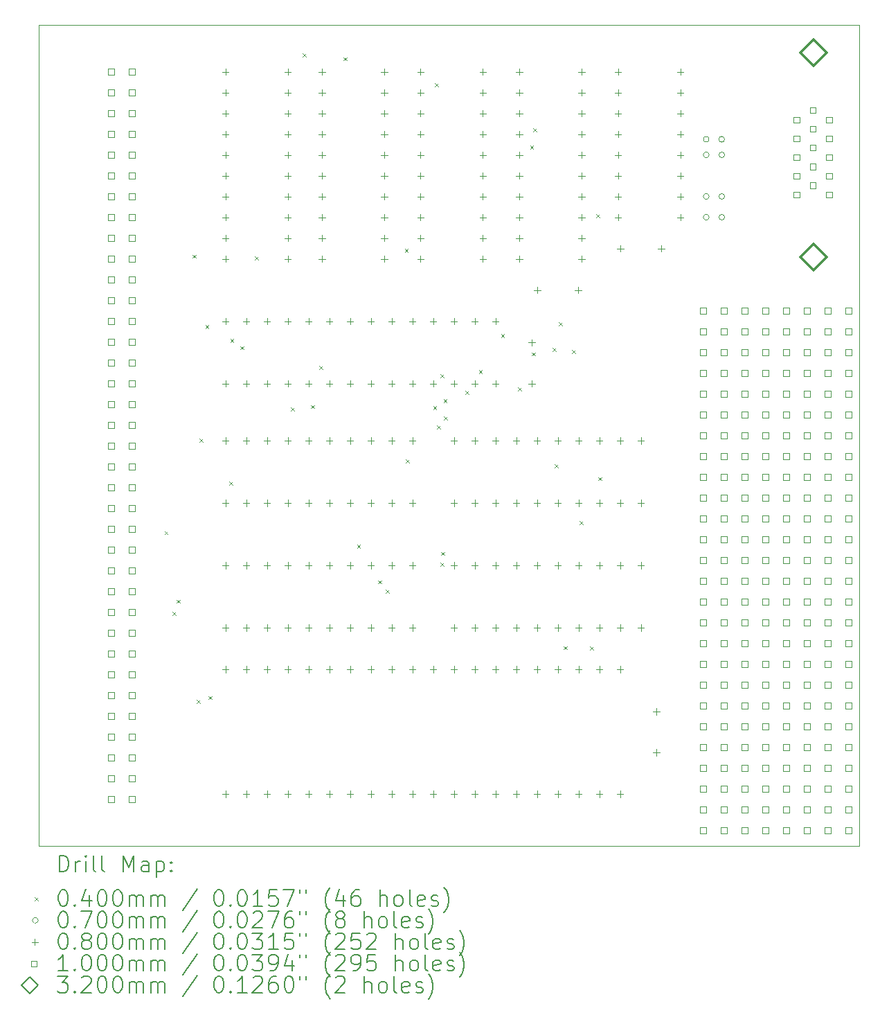
<source format=gbr>
%FSLAX45Y45*%
G04 Gerber Fmt 4.5, Leading zero omitted, Abs format (unit mm)*
G04 Created by KiCad (PCBNEW (6.0.1)) date 2023-08-09 21:55:40*
%MOMM*%
%LPD*%
G01*
G04 APERTURE LIST*
%TA.AperFunction,Profile*%
%ADD10C,0.100000*%
%TD*%
%ADD11C,0.200000*%
%ADD12C,0.040000*%
%ADD13C,0.070000*%
%ADD14C,0.080000*%
%ADD15C,0.100000*%
%ADD16C,0.320000*%
G04 APERTURE END LIST*
D10*
X11239500Y-1206500D02*
X11239500Y-11239500D01*
X11239500Y-11239500D02*
X1206500Y-11239500D01*
X11239500Y-1206500D02*
X1206500Y-1206500D01*
X1206500Y-11239500D02*
X1206500Y-1206500D01*
D11*
D12*
X2747670Y-7391920D02*
X2787670Y-7431920D01*
X2787670Y-7391920D02*
X2747670Y-7431920D01*
X2844710Y-8381540D02*
X2884710Y-8421540D01*
X2884710Y-8381540D02*
X2844710Y-8421540D01*
X2898240Y-8229950D02*
X2938240Y-8269950D01*
X2938240Y-8229950D02*
X2898240Y-8269950D01*
X3092090Y-4014010D02*
X3132090Y-4054010D01*
X3132090Y-4014010D02*
X3092090Y-4054010D01*
X3142010Y-9452820D02*
X3182010Y-9492820D01*
X3182010Y-9452820D02*
X3142010Y-9492820D01*
X3171870Y-6262410D02*
X3211870Y-6302410D01*
X3211870Y-6262410D02*
X3171870Y-6302410D01*
X3247550Y-4870620D02*
X3287550Y-4910620D01*
X3287550Y-4870620D02*
X3247550Y-4910620D01*
X3284510Y-9408110D02*
X3324510Y-9448110D01*
X3324510Y-9408110D02*
X3284510Y-9448110D01*
X3541350Y-6788360D02*
X3581350Y-6828360D01*
X3581350Y-6788360D02*
X3541350Y-6828360D01*
X3551570Y-5040290D02*
X3591570Y-5080290D01*
X3591570Y-5040290D02*
X3551570Y-5080290D01*
X3673530Y-5130870D02*
X3713530Y-5170870D01*
X3713530Y-5130870D02*
X3673530Y-5170870D01*
X3853500Y-4033310D02*
X3893500Y-4073310D01*
X3893500Y-4033310D02*
X3853500Y-4073310D01*
X4292570Y-5883990D02*
X4332570Y-5923990D01*
X4332570Y-5883990D02*
X4292570Y-5923990D01*
X4438230Y-1555520D02*
X4478230Y-1595520D01*
X4478230Y-1555520D02*
X4438230Y-1595520D01*
X4537130Y-5850860D02*
X4577130Y-5890860D01*
X4577130Y-5850860D02*
X4537130Y-5890860D01*
X4638610Y-5373080D02*
X4678610Y-5413080D01*
X4678610Y-5373080D02*
X4638610Y-5413080D01*
X4936860Y-1602030D02*
X4976860Y-1642030D01*
X4976860Y-1602030D02*
X4936860Y-1642030D01*
X5100000Y-7560040D02*
X5140000Y-7600040D01*
X5140000Y-7560040D02*
X5100000Y-7600040D01*
X5360880Y-7992930D02*
X5400880Y-8032930D01*
X5400880Y-7992930D02*
X5360880Y-8032930D01*
X5452550Y-8108990D02*
X5492550Y-8148990D01*
X5492550Y-8108990D02*
X5452550Y-8148990D01*
X5685060Y-3941590D02*
X5725060Y-3981590D01*
X5725060Y-3941590D02*
X5685060Y-3981590D01*
X5697590Y-6514070D02*
X5737590Y-6554070D01*
X5737590Y-6514070D02*
X5697590Y-6554070D01*
X6033310Y-5863630D02*
X6073310Y-5903630D01*
X6073310Y-5863630D02*
X6033310Y-5903630D01*
X6056190Y-1919950D02*
X6096190Y-1959950D01*
X6096190Y-1919950D02*
X6056190Y-1959950D01*
X6075820Y-6104020D02*
X6115820Y-6144020D01*
X6115820Y-6104020D02*
X6075820Y-6144020D01*
X6118180Y-7779190D02*
X6158180Y-7819190D01*
X6158180Y-7779190D02*
X6118180Y-7819190D01*
X6121930Y-5476370D02*
X6161930Y-5516370D01*
X6161930Y-5476370D02*
X6121930Y-5516370D01*
X6131850Y-7646860D02*
X6171850Y-7686860D01*
X6171850Y-7646860D02*
X6131850Y-7686860D01*
X6158950Y-5778730D02*
X6198950Y-5818730D01*
X6198950Y-5778730D02*
X6158950Y-5818730D01*
X6165760Y-5988860D02*
X6205760Y-6028860D01*
X6205760Y-5988860D02*
X6165760Y-6028860D01*
X6426330Y-5675330D02*
X6466330Y-5715330D01*
X6466330Y-5675330D02*
X6426330Y-5715330D01*
X6590490Y-5422050D02*
X6630490Y-5462050D01*
X6630490Y-5422050D02*
X6590490Y-5462050D01*
X6862950Y-4984430D02*
X6902950Y-5024430D01*
X6902950Y-4984430D02*
X6862950Y-5024430D01*
X7067920Y-5636550D02*
X7107920Y-5676550D01*
X7107920Y-5636550D02*
X7067920Y-5676550D01*
X7217410Y-2683620D02*
X7257410Y-2723620D01*
X7257410Y-2683620D02*
X7217410Y-2723620D01*
X7239530Y-5208100D02*
X7279530Y-5248100D01*
X7279530Y-5208100D02*
X7239530Y-5248100D01*
X7254530Y-2467210D02*
X7294530Y-2507210D01*
X7294530Y-2467210D02*
X7254530Y-2507210D01*
X7493990Y-5155570D02*
X7533990Y-5195570D01*
X7533990Y-5155570D02*
X7493990Y-5195570D01*
X7515610Y-6572250D02*
X7555610Y-6612250D01*
X7555610Y-6572250D02*
X7515610Y-6612250D01*
X7566320Y-4839680D02*
X7606320Y-4879680D01*
X7606320Y-4839680D02*
X7566320Y-4879680D01*
X7630160Y-8797570D02*
X7670160Y-8837570D01*
X7670160Y-8797570D02*
X7630160Y-8837570D01*
X7732720Y-5178080D02*
X7772720Y-5218080D01*
X7772720Y-5178080D02*
X7732720Y-5218080D01*
X7822300Y-7268720D02*
X7862300Y-7308720D01*
X7862300Y-7268720D02*
X7822300Y-7308720D01*
X7948910Y-8800120D02*
X7988910Y-8840120D01*
X7988910Y-8800120D02*
X7948910Y-8840120D01*
X8024540Y-3518990D02*
X8064540Y-3558990D01*
X8064540Y-3518990D02*
X8024540Y-3558990D01*
X8049310Y-6731980D02*
X8089310Y-6771980D01*
X8089310Y-6731980D02*
X8049310Y-6771980D01*
D13*
X9406000Y-2603500D02*
G75*
G03*
X9406000Y-2603500I-35000J0D01*
G01*
X9406000Y-2794000D02*
G75*
G03*
X9406000Y-2794000I-35000J0D01*
G01*
X9406000Y-3302000D02*
G75*
G03*
X9406000Y-3302000I-35000J0D01*
G01*
X9406000Y-3556000D02*
G75*
G03*
X9406000Y-3556000I-35000J0D01*
G01*
X9596000Y-2603500D02*
G75*
G03*
X9596000Y-2603500I-35000J0D01*
G01*
X9596000Y-2794000D02*
G75*
G03*
X9596000Y-2794000I-35000J0D01*
G01*
X9596000Y-3302000D02*
G75*
G03*
X9596000Y-3302000I-35000J0D01*
G01*
X9596000Y-3556000D02*
G75*
G03*
X9596000Y-3556000I-35000J0D01*
G01*
D14*
X3492500Y-1738000D02*
X3492500Y-1818000D01*
X3452500Y-1778000D02*
X3532500Y-1778000D01*
X3492500Y-1992000D02*
X3492500Y-2072000D01*
X3452500Y-2032000D02*
X3532500Y-2032000D01*
X3492500Y-2246000D02*
X3492500Y-2326000D01*
X3452500Y-2286000D02*
X3532500Y-2286000D01*
X3492500Y-2500000D02*
X3492500Y-2580000D01*
X3452500Y-2540000D02*
X3532500Y-2540000D01*
X3492500Y-2754000D02*
X3492500Y-2834000D01*
X3452500Y-2794000D02*
X3532500Y-2794000D01*
X3492500Y-3008000D02*
X3492500Y-3088000D01*
X3452500Y-3048000D02*
X3532500Y-3048000D01*
X3492500Y-3262000D02*
X3492500Y-3342000D01*
X3452500Y-3302000D02*
X3532500Y-3302000D01*
X3492500Y-3516000D02*
X3492500Y-3596000D01*
X3452500Y-3556000D02*
X3532500Y-3556000D01*
X3492500Y-3770000D02*
X3492500Y-3850000D01*
X3452500Y-3810000D02*
X3532500Y-3810000D01*
X3492500Y-4024000D02*
X3492500Y-4104000D01*
X3452500Y-4064000D02*
X3532500Y-4064000D01*
X3492500Y-4786000D02*
X3492500Y-4866000D01*
X3452500Y-4826000D02*
X3532500Y-4826000D01*
X3492500Y-5548000D02*
X3492500Y-5628000D01*
X3452500Y-5588000D02*
X3532500Y-5588000D01*
X3492500Y-7770500D02*
X3492500Y-7850500D01*
X3452500Y-7810500D02*
X3532500Y-7810500D01*
X3492500Y-8532500D02*
X3492500Y-8612500D01*
X3452500Y-8572500D02*
X3532500Y-8572500D01*
X3492500Y-9040500D02*
X3492500Y-9120500D01*
X3452500Y-9080500D02*
X3532500Y-9080500D01*
X3492500Y-10564500D02*
X3492500Y-10644500D01*
X3452500Y-10604500D02*
X3532500Y-10604500D01*
X3493000Y-6245500D02*
X3493000Y-6325500D01*
X3453000Y-6285500D02*
X3533000Y-6285500D01*
X3493000Y-7007500D02*
X3493000Y-7087500D01*
X3453000Y-7047500D02*
X3533000Y-7047500D01*
X3746500Y-4786000D02*
X3746500Y-4866000D01*
X3706500Y-4826000D02*
X3786500Y-4826000D01*
X3746500Y-5548000D02*
X3746500Y-5628000D01*
X3706500Y-5588000D02*
X3786500Y-5588000D01*
X3746500Y-7770500D02*
X3746500Y-7850500D01*
X3706500Y-7810500D02*
X3786500Y-7810500D01*
X3746500Y-8532500D02*
X3746500Y-8612500D01*
X3706500Y-8572500D02*
X3786500Y-8572500D01*
X3746500Y-9040500D02*
X3746500Y-9120500D01*
X3706500Y-9080500D02*
X3786500Y-9080500D01*
X3746500Y-10564500D02*
X3746500Y-10644500D01*
X3706500Y-10604500D02*
X3786500Y-10604500D01*
X3747000Y-6245500D02*
X3747000Y-6325500D01*
X3707000Y-6285500D02*
X3787000Y-6285500D01*
X3747000Y-7007500D02*
X3747000Y-7087500D01*
X3707000Y-7047500D02*
X3787000Y-7047500D01*
X4000500Y-4786000D02*
X4000500Y-4866000D01*
X3960500Y-4826000D02*
X4040500Y-4826000D01*
X4000500Y-5548000D02*
X4000500Y-5628000D01*
X3960500Y-5588000D02*
X4040500Y-5588000D01*
X4000500Y-7770500D02*
X4000500Y-7850500D01*
X3960500Y-7810500D02*
X4040500Y-7810500D01*
X4000500Y-8532500D02*
X4000500Y-8612500D01*
X3960500Y-8572500D02*
X4040500Y-8572500D01*
X4000500Y-9040500D02*
X4000500Y-9120500D01*
X3960500Y-9080500D02*
X4040500Y-9080500D01*
X4000500Y-10564500D02*
X4000500Y-10644500D01*
X3960500Y-10604500D02*
X4040500Y-10604500D01*
X4001000Y-6245500D02*
X4001000Y-6325500D01*
X3961000Y-6285500D02*
X4041000Y-6285500D01*
X4001000Y-7007500D02*
X4001000Y-7087500D01*
X3961000Y-7047500D02*
X4041000Y-7047500D01*
X4254500Y-1738000D02*
X4254500Y-1818000D01*
X4214500Y-1778000D02*
X4294500Y-1778000D01*
X4254500Y-1992000D02*
X4254500Y-2072000D01*
X4214500Y-2032000D02*
X4294500Y-2032000D01*
X4254500Y-2246000D02*
X4254500Y-2326000D01*
X4214500Y-2286000D02*
X4294500Y-2286000D01*
X4254500Y-2500000D02*
X4254500Y-2580000D01*
X4214500Y-2540000D02*
X4294500Y-2540000D01*
X4254500Y-2754000D02*
X4254500Y-2834000D01*
X4214500Y-2794000D02*
X4294500Y-2794000D01*
X4254500Y-3008000D02*
X4254500Y-3088000D01*
X4214500Y-3048000D02*
X4294500Y-3048000D01*
X4254500Y-3262000D02*
X4254500Y-3342000D01*
X4214500Y-3302000D02*
X4294500Y-3302000D01*
X4254500Y-3516000D02*
X4254500Y-3596000D01*
X4214500Y-3556000D02*
X4294500Y-3556000D01*
X4254500Y-3770000D02*
X4254500Y-3850000D01*
X4214500Y-3810000D02*
X4294500Y-3810000D01*
X4254500Y-4024000D02*
X4254500Y-4104000D01*
X4214500Y-4064000D02*
X4294500Y-4064000D01*
X4254500Y-4786000D02*
X4254500Y-4866000D01*
X4214500Y-4826000D02*
X4294500Y-4826000D01*
X4254500Y-5548000D02*
X4254500Y-5628000D01*
X4214500Y-5588000D02*
X4294500Y-5588000D01*
X4254500Y-7770500D02*
X4254500Y-7850500D01*
X4214500Y-7810500D02*
X4294500Y-7810500D01*
X4254500Y-8532500D02*
X4254500Y-8612500D01*
X4214500Y-8572500D02*
X4294500Y-8572500D01*
X4254500Y-9040500D02*
X4254500Y-9120500D01*
X4214500Y-9080500D02*
X4294500Y-9080500D01*
X4254500Y-10564500D02*
X4254500Y-10644500D01*
X4214500Y-10604500D02*
X4294500Y-10604500D01*
X4255000Y-6245500D02*
X4255000Y-6325500D01*
X4215000Y-6285500D02*
X4295000Y-6285500D01*
X4255000Y-7007500D02*
X4255000Y-7087500D01*
X4215000Y-7047500D02*
X4295000Y-7047500D01*
X4508500Y-4786000D02*
X4508500Y-4866000D01*
X4468500Y-4826000D02*
X4548500Y-4826000D01*
X4508500Y-5548000D02*
X4508500Y-5628000D01*
X4468500Y-5588000D02*
X4548500Y-5588000D01*
X4508500Y-7770500D02*
X4508500Y-7850500D01*
X4468500Y-7810500D02*
X4548500Y-7810500D01*
X4508500Y-8532500D02*
X4508500Y-8612500D01*
X4468500Y-8572500D02*
X4548500Y-8572500D01*
X4508500Y-9040500D02*
X4508500Y-9120500D01*
X4468500Y-9080500D02*
X4548500Y-9080500D01*
X4508500Y-10564500D02*
X4508500Y-10644500D01*
X4468500Y-10604500D02*
X4548500Y-10604500D01*
X4509000Y-6245500D02*
X4509000Y-6325500D01*
X4469000Y-6285500D02*
X4549000Y-6285500D01*
X4509000Y-7007500D02*
X4509000Y-7087500D01*
X4469000Y-7047500D02*
X4549000Y-7047500D01*
X4673000Y-1738500D02*
X4673000Y-1818500D01*
X4633000Y-1778500D02*
X4713000Y-1778500D01*
X4673000Y-1992500D02*
X4673000Y-2072500D01*
X4633000Y-2032500D02*
X4713000Y-2032500D01*
X4673000Y-2246500D02*
X4673000Y-2326500D01*
X4633000Y-2286500D02*
X4713000Y-2286500D01*
X4673000Y-2500500D02*
X4673000Y-2580500D01*
X4633000Y-2540500D02*
X4713000Y-2540500D01*
X4673000Y-2754500D02*
X4673000Y-2834500D01*
X4633000Y-2794500D02*
X4713000Y-2794500D01*
X4673000Y-3008500D02*
X4673000Y-3088500D01*
X4633000Y-3048500D02*
X4713000Y-3048500D01*
X4673000Y-3262500D02*
X4673000Y-3342500D01*
X4633000Y-3302500D02*
X4713000Y-3302500D01*
X4673000Y-3516500D02*
X4673000Y-3596500D01*
X4633000Y-3556500D02*
X4713000Y-3556500D01*
X4673000Y-3770500D02*
X4673000Y-3850500D01*
X4633000Y-3810500D02*
X4713000Y-3810500D01*
X4673000Y-4024500D02*
X4673000Y-4104500D01*
X4633000Y-4064500D02*
X4713000Y-4064500D01*
X4762500Y-4786000D02*
X4762500Y-4866000D01*
X4722500Y-4826000D02*
X4802500Y-4826000D01*
X4762500Y-5548000D02*
X4762500Y-5628000D01*
X4722500Y-5588000D02*
X4802500Y-5588000D01*
X4762500Y-7770500D02*
X4762500Y-7850500D01*
X4722500Y-7810500D02*
X4802500Y-7810500D01*
X4762500Y-8532500D02*
X4762500Y-8612500D01*
X4722500Y-8572500D02*
X4802500Y-8572500D01*
X4762500Y-9040500D02*
X4762500Y-9120500D01*
X4722500Y-9080500D02*
X4802500Y-9080500D01*
X4762500Y-10564500D02*
X4762500Y-10644500D01*
X4722500Y-10604500D02*
X4802500Y-10604500D01*
X4763000Y-6245500D02*
X4763000Y-6325500D01*
X4723000Y-6285500D02*
X4803000Y-6285500D01*
X4763000Y-7007500D02*
X4763000Y-7087500D01*
X4723000Y-7047500D02*
X4803000Y-7047500D01*
X5016500Y-4786000D02*
X5016500Y-4866000D01*
X4976500Y-4826000D02*
X5056500Y-4826000D01*
X5016500Y-5548000D02*
X5016500Y-5628000D01*
X4976500Y-5588000D02*
X5056500Y-5588000D01*
X5016500Y-7770500D02*
X5016500Y-7850500D01*
X4976500Y-7810500D02*
X5056500Y-7810500D01*
X5016500Y-8532500D02*
X5016500Y-8612500D01*
X4976500Y-8572500D02*
X5056500Y-8572500D01*
X5016500Y-9040500D02*
X5016500Y-9120500D01*
X4976500Y-9080500D02*
X5056500Y-9080500D01*
X5016500Y-10564500D02*
X5016500Y-10644500D01*
X4976500Y-10604500D02*
X5056500Y-10604500D01*
X5017000Y-6245500D02*
X5017000Y-6325500D01*
X4977000Y-6285500D02*
X5057000Y-6285500D01*
X5017000Y-7007500D02*
X5017000Y-7087500D01*
X4977000Y-7047500D02*
X5057000Y-7047500D01*
X5270500Y-4786000D02*
X5270500Y-4866000D01*
X5230500Y-4826000D02*
X5310500Y-4826000D01*
X5270500Y-5548000D02*
X5270500Y-5628000D01*
X5230500Y-5588000D02*
X5310500Y-5588000D01*
X5270500Y-7770500D02*
X5270500Y-7850500D01*
X5230500Y-7810500D02*
X5310500Y-7810500D01*
X5270500Y-8532500D02*
X5270500Y-8612500D01*
X5230500Y-8572500D02*
X5310500Y-8572500D01*
X5270500Y-9040500D02*
X5270500Y-9120500D01*
X5230500Y-9080500D02*
X5310500Y-9080500D01*
X5270500Y-10564500D02*
X5270500Y-10644500D01*
X5230500Y-10604500D02*
X5310500Y-10604500D01*
X5271000Y-6245500D02*
X5271000Y-6325500D01*
X5231000Y-6285500D02*
X5311000Y-6285500D01*
X5271000Y-7007500D02*
X5271000Y-7087500D01*
X5231000Y-7047500D02*
X5311000Y-7047500D01*
X5435000Y-1738500D02*
X5435000Y-1818500D01*
X5395000Y-1778500D02*
X5475000Y-1778500D01*
X5435000Y-1992500D02*
X5435000Y-2072500D01*
X5395000Y-2032500D02*
X5475000Y-2032500D01*
X5435000Y-2246500D02*
X5435000Y-2326500D01*
X5395000Y-2286500D02*
X5475000Y-2286500D01*
X5435000Y-2500500D02*
X5435000Y-2580500D01*
X5395000Y-2540500D02*
X5475000Y-2540500D01*
X5435000Y-2754500D02*
X5435000Y-2834500D01*
X5395000Y-2794500D02*
X5475000Y-2794500D01*
X5435000Y-3008500D02*
X5435000Y-3088500D01*
X5395000Y-3048500D02*
X5475000Y-3048500D01*
X5435000Y-3262500D02*
X5435000Y-3342500D01*
X5395000Y-3302500D02*
X5475000Y-3302500D01*
X5435000Y-3516500D02*
X5435000Y-3596500D01*
X5395000Y-3556500D02*
X5475000Y-3556500D01*
X5435000Y-3770500D02*
X5435000Y-3850500D01*
X5395000Y-3810500D02*
X5475000Y-3810500D01*
X5435000Y-4024500D02*
X5435000Y-4104500D01*
X5395000Y-4064500D02*
X5475000Y-4064500D01*
X5524500Y-4786000D02*
X5524500Y-4866000D01*
X5484500Y-4826000D02*
X5564500Y-4826000D01*
X5524500Y-5548000D02*
X5524500Y-5628000D01*
X5484500Y-5588000D02*
X5564500Y-5588000D01*
X5524500Y-7770500D02*
X5524500Y-7850500D01*
X5484500Y-7810500D02*
X5564500Y-7810500D01*
X5524500Y-8532500D02*
X5524500Y-8612500D01*
X5484500Y-8572500D02*
X5564500Y-8572500D01*
X5524500Y-9040500D02*
X5524500Y-9120500D01*
X5484500Y-9080500D02*
X5564500Y-9080500D01*
X5524500Y-10564500D02*
X5524500Y-10644500D01*
X5484500Y-10604500D02*
X5564500Y-10604500D01*
X5525000Y-6245500D02*
X5525000Y-6325500D01*
X5485000Y-6285500D02*
X5565000Y-6285500D01*
X5525000Y-7007500D02*
X5525000Y-7087500D01*
X5485000Y-7047500D02*
X5565000Y-7047500D01*
X5778500Y-4786000D02*
X5778500Y-4866000D01*
X5738500Y-4826000D02*
X5818500Y-4826000D01*
X5778500Y-5548000D02*
X5778500Y-5628000D01*
X5738500Y-5588000D02*
X5818500Y-5588000D01*
X5778500Y-7770500D02*
X5778500Y-7850500D01*
X5738500Y-7810500D02*
X5818500Y-7810500D01*
X5778500Y-8532500D02*
X5778500Y-8612500D01*
X5738500Y-8572500D02*
X5818500Y-8572500D01*
X5778500Y-9040500D02*
X5778500Y-9120500D01*
X5738500Y-9080500D02*
X5818500Y-9080500D01*
X5778500Y-10564500D02*
X5778500Y-10644500D01*
X5738500Y-10604500D02*
X5818500Y-10604500D01*
X5779000Y-6245500D02*
X5779000Y-6325500D01*
X5739000Y-6285500D02*
X5819000Y-6285500D01*
X5779000Y-7007500D02*
X5779000Y-7087500D01*
X5739000Y-7047500D02*
X5819000Y-7047500D01*
X5878500Y-1738000D02*
X5878500Y-1818000D01*
X5838500Y-1778000D02*
X5918500Y-1778000D01*
X5878500Y-1992000D02*
X5878500Y-2072000D01*
X5838500Y-2032000D02*
X5918500Y-2032000D01*
X5878500Y-2246000D02*
X5878500Y-2326000D01*
X5838500Y-2286000D02*
X5918500Y-2286000D01*
X5878500Y-2500000D02*
X5878500Y-2580000D01*
X5838500Y-2540000D02*
X5918500Y-2540000D01*
X5878500Y-2754000D02*
X5878500Y-2834000D01*
X5838500Y-2794000D02*
X5918500Y-2794000D01*
X5878500Y-3008000D02*
X5878500Y-3088000D01*
X5838500Y-3048000D02*
X5918500Y-3048000D01*
X5878500Y-3262000D02*
X5878500Y-3342000D01*
X5838500Y-3302000D02*
X5918500Y-3302000D01*
X5878500Y-3516000D02*
X5878500Y-3596000D01*
X5838500Y-3556000D02*
X5918500Y-3556000D01*
X5878500Y-3770000D02*
X5878500Y-3850000D01*
X5838500Y-3810000D02*
X5918500Y-3810000D01*
X5878500Y-4024000D02*
X5878500Y-4104000D01*
X5838500Y-4064000D02*
X5918500Y-4064000D01*
X6032500Y-4786000D02*
X6032500Y-4866000D01*
X5992500Y-4826000D02*
X6072500Y-4826000D01*
X6032500Y-5548000D02*
X6032500Y-5628000D01*
X5992500Y-5588000D02*
X6072500Y-5588000D01*
X6032500Y-9040500D02*
X6032500Y-9120500D01*
X5992500Y-9080500D02*
X6072500Y-9080500D01*
X6032500Y-10564500D02*
X6032500Y-10644500D01*
X5992500Y-10604500D02*
X6072500Y-10604500D01*
X6286500Y-4786000D02*
X6286500Y-4866000D01*
X6246500Y-4826000D02*
X6326500Y-4826000D01*
X6286500Y-5548000D02*
X6286500Y-5628000D01*
X6246500Y-5588000D02*
X6326500Y-5588000D01*
X6286500Y-9040500D02*
X6286500Y-9120500D01*
X6246500Y-9080500D02*
X6326500Y-9080500D01*
X6286500Y-10564500D02*
X6286500Y-10644500D01*
X6246500Y-10604500D02*
X6326500Y-10604500D01*
X6287000Y-6245500D02*
X6287000Y-6325500D01*
X6247000Y-6285500D02*
X6327000Y-6285500D01*
X6287000Y-7007500D02*
X6287000Y-7087500D01*
X6247000Y-7047500D02*
X6327000Y-7047500D01*
X6287000Y-7769500D02*
X6287000Y-7849500D01*
X6247000Y-7809500D02*
X6327000Y-7809500D01*
X6287000Y-8531500D02*
X6287000Y-8611500D01*
X6247000Y-8571500D02*
X6327000Y-8571500D01*
X6540500Y-4786000D02*
X6540500Y-4866000D01*
X6500500Y-4826000D02*
X6580500Y-4826000D01*
X6540500Y-5548000D02*
X6540500Y-5628000D01*
X6500500Y-5588000D02*
X6580500Y-5588000D01*
X6540500Y-9040500D02*
X6540500Y-9120500D01*
X6500500Y-9080500D02*
X6580500Y-9080500D01*
X6540500Y-10564500D02*
X6540500Y-10644500D01*
X6500500Y-10604500D02*
X6580500Y-10604500D01*
X6541000Y-6245500D02*
X6541000Y-6325500D01*
X6501000Y-6285500D02*
X6581000Y-6285500D01*
X6541000Y-7007500D02*
X6541000Y-7087500D01*
X6501000Y-7047500D02*
X6581000Y-7047500D01*
X6541000Y-7769500D02*
X6541000Y-7849500D01*
X6501000Y-7809500D02*
X6581000Y-7809500D01*
X6541000Y-8531500D02*
X6541000Y-8611500D01*
X6501000Y-8571500D02*
X6581000Y-8571500D01*
X6640500Y-1738000D02*
X6640500Y-1818000D01*
X6600500Y-1778000D02*
X6680500Y-1778000D01*
X6640500Y-1992000D02*
X6640500Y-2072000D01*
X6600500Y-2032000D02*
X6680500Y-2032000D01*
X6640500Y-2246000D02*
X6640500Y-2326000D01*
X6600500Y-2286000D02*
X6680500Y-2286000D01*
X6640500Y-2500000D02*
X6640500Y-2580000D01*
X6600500Y-2540000D02*
X6680500Y-2540000D01*
X6640500Y-2754000D02*
X6640500Y-2834000D01*
X6600500Y-2794000D02*
X6680500Y-2794000D01*
X6640500Y-3008000D02*
X6640500Y-3088000D01*
X6600500Y-3048000D02*
X6680500Y-3048000D01*
X6640500Y-3262000D02*
X6640500Y-3342000D01*
X6600500Y-3302000D02*
X6680500Y-3302000D01*
X6640500Y-3516000D02*
X6640500Y-3596000D01*
X6600500Y-3556000D02*
X6680500Y-3556000D01*
X6640500Y-3770000D02*
X6640500Y-3850000D01*
X6600500Y-3810000D02*
X6680500Y-3810000D01*
X6640500Y-4024000D02*
X6640500Y-4104000D01*
X6600500Y-4064000D02*
X6680500Y-4064000D01*
X6794500Y-4786000D02*
X6794500Y-4866000D01*
X6754500Y-4826000D02*
X6834500Y-4826000D01*
X6794500Y-5548000D02*
X6794500Y-5628000D01*
X6754500Y-5588000D02*
X6834500Y-5588000D01*
X6794500Y-9040500D02*
X6794500Y-9120500D01*
X6754500Y-9080500D02*
X6834500Y-9080500D01*
X6794500Y-10564500D02*
X6794500Y-10644500D01*
X6754500Y-10604500D02*
X6834500Y-10604500D01*
X6795000Y-6245500D02*
X6795000Y-6325500D01*
X6755000Y-6285500D02*
X6835000Y-6285500D01*
X6795000Y-7007500D02*
X6795000Y-7087500D01*
X6755000Y-7047500D02*
X6835000Y-7047500D01*
X6795000Y-7769500D02*
X6795000Y-7849500D01*
X6755000Y-7809500D02*
X6835000Y-7809500D01*
X6795000Y-8531500D02*
X6795000Y-8611500D01*
X6755000Y-8571500D02*
X6835000Y-8571500D01*
X7048500Y-9040500D02*
X7048500Y-9120500D01*
X7008500Y-9080500D02*
X7088500Y-9080500D01*
X7048500Y-10564500D02*
X7048500Y-10644500D01*
X7008500Y-10604500D02*
X7088500Y-10604500D01*
X7049000Y-6245500D02*
X7049000Y-6325500D01*
X7009000Y-6285500D02*
X7089000Y-6285500D01*
X7049000Y-7007500D02*
X7049000Y-7087500D01*
X7009000Y-7047500D02*
X7089000Y-7047500D01*
X7049000Y-7769500D02*
X7049000Y-7849500D01*
X7009000Y-7809500D02*
X7089000Y-7809500D01*
X7049000Y-8531500D02*
X7049000Y-8611500D01*
X7009000Y-8571500D02*
X7089000Y-8571500D01*
X7086000Y-1738500D02*
X7086000Y-1818500D01*
X7046000Y-1778500D02*
X7126000Y-1778500D01*
X7086000Y-1992500D02*
X7086000Y-2072500D01*
X7046000Y-2032500D02*
X7126000Y-2032500D01*
X7086000Y-2246500D02*
X7086000Y-2326500D01*
X7046000Y-2286500D02*
X7126000Y-2286500D01*
X7086000Y-2500500D02*
X7086000Y-2580500D01*
X7046000Y-2540500D02*
X7126000Y-2540500D01*
X7086000Y-2754500D02*
X7086000Y-2834500D01*
X7046000Y-2794500D02*
X7126000Y-2794500D01*
X7086000Y-3008500D02*
X7086000Y-3088500D01*
X7046000Y-3048500D02*
X7126000Y-3048500D01*
X7086000Y-3262500D02*
X7086000Y-3342500D01*
X7046000Y-3302500D02*
X7126000Y-3302500D01*
X7086000Y-3516500D02*
X7086000Y-3596500D01*
X7046000Y-3556500D02*
X7126000Y-3556500D01*
X7086000Y-3770500D02*
X7086000Y-3850500D01*
X7046000Y-3810500D02*
X7126000Y-3810500D01*
X7086000Y-4024500D02*
X7086000Y-4104500D01*
X7046000Y-4064500D02*
X7126000Y-4064500D01*
X7239000Y-5048000D02*
X7239000Y-5128000D01*
X7199000Y-5088000D02*
X7279000Y-5088000D01*
X7239000Y-5548000D02*
X7239000Y-5628000D01*
X7199000Y-5588000D02*
X7279000Y-5588000D01*
X7302500Y-9040500D02*
X7302500Y-9120500D01*
X7262500Y-9080500D02*
X7342500Y-9080500D01*
X7302500Y-10564500D02*
X7302500Y-10644500D01*
X7262500Y-10604500D02*
X7342500Y-10604500D01*
X7303000Y-6245500D02*
X7303000Y-6325500D01*
X7263000Y-6285500D02*
X7343000Y-6285500D01*
X7303000Y-7007500D02*
X7303000Y-7087500D01*
X7263000Y-7047500D02*
X7343000Y-7047500D01*
X7303000Y-7769500D02*
X7303000Y-7849500D01*
X7263000Y-7809500D02*
X7343000Y-7809500D01*
X7303000Y-8531500D02*
X7303000Y-8611500D01*
X7263000Y-8571500D02*
X7343000Y-8571500D01*
X7306500Y-4405000D02*
X7306500Y-4485000D01*
X7266500Y-4445000D02*
X7346500Y-4445000D01*
X7556500Y-9040500D02*
X7556500Y-9120500D01*
X7516500Y-9080500D02*
X7596500Y-9080500D01*
X7556500Y-10564500D02*
X7556500Y-10644500D01*
X7516500Y-10604500D02*
X7596500Y-10604500D01*
X7557000Y-6245500D02*
X7557000Y-6325500D01*
X7517000Y-6285500D02*
X7597000Y-6285500D01*
X7557000Y-7007500D02*
X7557000Y-7087500D01*
X7517000Y-7047500D02*
X7597000Y-7047500D01*
X7557000Y-7769500D02*
X7557000Y-7849500D01*
X7517000Y-7809500D02*
X7597000Y-7809500D01*
X7557000Y-8531500D02*
X7557000Y-8611500D01*
X7517000Y-8571500D02*
X7597000Y-8571500D01*
X7806500Y-4405000D02*
X7806500Y-4485000D01*
X7766500Y-4445000D02*
X7846500Y-4445000D01*
X7810500Y-9040500D02*
X7810500Y-9120500D01*
X7770500Y-9080500D02*
X7850500Y-9080500D01*
X7810500Y-10564500D02*
X7810500Y-10644500D01*
X7770500Y-10604500D02*
X7850500Y-10604500D01*
X7811000Y-6245500D02*
X7811000Y-6325500D01*
X7771000Y-6285500D02*
X7851000Y-6285500D01*
X7811000Y-7007500D02*
X7811000Y-7087500D01*
X7771000Y-7047500D02*
X7851000Y-7047500D01*
X7811000Y-7769500D02*
X7811000Y-7849500D01*
X7771000Y-7809500D02*
X7851000Y-7809500D01*
X7811000Y-8531500D02*
X7811000Y-8611500D01*
X7771000Y-8571500D02*
X7851000Y-8571500D01*
X7848000Y-1738500D02*
X7848000Y-1818500D01*
X7808000Y-1778500D02*
X7888000Y-1778500D01*
X7848000Y-1992500D02*
X7848000Y-2072500D01*
X7808000Y-2032500D02*
X7888000Y-2032500D01*
X7848000Y-2246500D02*
X7848000Y-2326500D01*
X7808000Y-2286500D02*
X7888000Y-2286500D01*
X7848000Y-2500500D02*
X7848000Y-2580500D01*
X7808000Y-2540500D02*
X7888000Y-2540500D01*
X7848000Y-2754500D02*
X7848000Y-2834500D01*
X7808000Y-2794500D02*
X7888000Y-2794500D01*
X7848000Y-3008500D02*
X7848000Y-3088500D01*
X7808000Y-3048500D02*
X7888000Y-3048500D01*
X7848000Y-3262500D02*
X7848000Y-3342500D01*
X7808000Y-3302500D02*
X7888000Y-3302500D01*
X7848000Y-3516500D02*
X7848000Y-3596500D01*
X7808000Y-3556500D02*
X7888000Y-3556500D01*
X7848000Y-3770500D02*
X7848000Y-3850500D01*
X7808000Y-3810500D02*
X7888000Y-3810500D01*
X7848000Y-4024500D02*
X7848000Y-4104500D01*
X7808000Y-4064500D02*
X7888000Y-4064500D01*
X8064500Y-9040500D02*
X8064500Y-9120500D01*
X8024500Y-9080500D02*
X8104500Y-9080500D01*
X8064500Y-10564500D02*
X8064500Y-10644500D01*
X8024500Y-10604500D02*
X8104500Y-10604500D01*
X8065000Y-6245500D02*
X8065000Y-6325500D01*
X8025000Y-6285500D02*
X8105000Y-6285500D01*
X8065000Y-7007500D02*
X8065000Y-7087500D01*
X8025000Y-7047500D02*
X8105000Y-7047500D01*
X8065000Y-7769500D02*
X8065000Y-7849500D01*
X8025000Y-7809500D02*
X8105000Y-7809500D01*
X8065000Y-8531500D02*
X8065000Y-8611500D01*
X8025000Y-8571500D02*
X8105000Y-8571500D01*
X8292500Y-1739500D02*
X8292500Y-1819500D01*
X8252500Y-1779500D02*
X8332500Y-1779500D01*
X8292500Y-1993500D02*
X8292500Y-2073500D01*
X8252500Y-2033500D02*
X8332500Y-2033500D01*
X8292500Y-2247500D02*
X8292500Y-2327500D01*
X8252500Y-2287500D02*
X8332500Y-2287500D01*
X8292500Y-2501500D02*
X8292500Y-2581500D01*
X8252500Y-2541500D02*
X8332500Y-2541500D01*
X8292500Y-2755500D02*
X8292500Y-2835500D01*
X8252500Y-2795500D02*
X8332500Y-2795500D01*
X8292500Y-3009500D02*
X8292500Y-3089500D01*
X8252500Y-3049500D02*
X8332500Y-3049500D01*
X8292500Y-3263500D02*
X8292500Y-3343500D01*
X8252500Y-3303500D02*
X8332500Y-3303500D01*
X8292500Y-3517500D02*
X8292500Y-3597500D01*
X8252500Y-3557500D02*
X8332500Y-3557500D01*
X8318500Y-9040500D02*
X8318500Y-9120500D01*
X8278500Y-9080500D02*
X8358500Y-9080500D01*
X8318500Y-10564500D02*
X8318500Y-10644500D01*
X8278500Y-10604500D02*
X8358500Y-10604500D01*
X8319000Y-6245500D02*
X8319000Y-6325500D01*
X8279000Y-6285500D02*
X8359000Y-6285500D01*
X8319000Y-7007500D02*
X8319000Y-7087500D01*
X8279000Y-7047500D02*
X8359000Y-7047500D01*
X8319000Y-7769500D02*
X8319000Y-7849500D01*
X8279000Y-7809500D02*
X8359000Y-7809500D01*
X8319000Y-8531500D02*
X8319000Y-8611500D01*
X8279000Y-8571500D02*
X8359000Y-8571500D01*
X8322500Y-3897000D02*
X8322500Y-3977000D01*
X8282500Y-3937000D02*
X8362500Y-3937000D01*
X8573000Y-6245500D02*
X8573000Y-6325500D01*
X8533000Y-6285500D02*
X8613000Y-6285500D01*
X8573000Y-7007500D02*
X8573000Y-7087500D01*
X8533000Y-7047500D02*
X8613000Y-7047500D01*
X8573000Y-7769500D02*
X8573000Y-7849500D01*
X8533000Y-7809500D02*
X8613000Y-7809500D01*
X8573000Y-8531500D02*
X8573000Y-8611500D01*
X8533000Y-8571500D02*
X8613000Y-8571500D01*
X8763000Y-9556500D02*
X8763000Y-9636500D01*
X8723000Y-9596500D02*
X8803000Y-9596500D01*
X8763000Y-10056500D02*
X8763000Y-10136500D01*
X8723000Y-10096500D02*
X8803000Y-10096500D01*
X8822500Y-3897000D02*
X8822500Y-3977000D01*
X8782500Y-3937000D02*
X8862500Y-3937000D01*
X9054500Y-1739500D02*
X9054500Y-1819500D01*
X9014500Y-1779500D02*
X9094500Y-1779500D01*
X9054500Y-1993500D02*
X9054500Y-2073500D01*
X9014500Y-2033500D02*
X9094500Y-2033500D01*
X9054500Y-2247500D02*
X9054500Y-2327500D01*
X9014500Y-2287500D02*
X9094500Y-2287500D01*
X9054500Y-2501500D02*
X9054500Y-2581500D01*
X9014500Y-2541500D02*
X9094500Y-2541500D01*
X9054500Y-2755500D02*
X9054500Y-2835500D01*
X9014500Y-2795500D02*
X9094500Y-2795500D01*
X9054500Y-3009500D02*
X9054500Y-3089500D01*
X9014500Y-3049500D02*
X9094500Y-3049500D01*
X9054500Y-3263500D02*
X9054500Y-3343500D01*
X9014500Y-3303500D02*
X9094500Y-3303500D01*
X9054500Y-3517500D02*
X9054500Y-3597500D01*
X9014500Y-3557500D02*
X9094500Y-3557500D01*
D15*
X2130856Y-1813356D02*
X2130856Y-1742644D01*
X2060144Y-1742644D01*
X2060144Y-1813356D01*
X2130856Y-1813356D01*
X2130856Y-2067356D02*
X2130856Y-1996644D01*
X2060144Y-1996644D01*
X2060144Y-2067356D01*
X2130856Y-2067356D01*
X2130856Y-2321356D02*
X2130856Y-2250644D01*
X2060144Y-2250644D01*
X2060144Y-2321356D01*
X2130856Y-2321356D01*
X2130856Y-2575356D02*
X2130856Y-2504644D01*
X2060144Y-2504644D01*
X2060144Y-2575356D01*
X2130856Y-2575356D01*
X2130856Y-2829356D02*
X2130856Y-2758644D01*
X2060144Y-2758644D01*
X2060144Y-2829356D01*
X2130856Y-2829356D01*
X2130856Y-3083356D02*
X2130856Y-3012644D01*
X2060144Y-3012644D01*
X2060144Y-3083356D01*
X2130856Y-3083356D01*
X2130856Y-3337356D02*
X2130856Y-3266644D01*
X2060144Y-3266644D01*
X2060144Y-3337356D01*
X2130856Y-3337356D01*
X2130856Y-3591356D02*
X2130856Y-3520644D01*
X2060144Y-3520644D01*
X2060144Y-3591356D01*
X2130856Y-3591356D01*
X2130856Y-3845356D02*
X2130856Y-3774644D01*
X2060144Y-3774644D01*
X2060144Y-3845356D01*
X2130856Y-3845356D01*
X2130856Y-4099356D02*
X2130856Y-4028644D01*
X2060144Y-4028644D01*
X2060144Y-4099356D01*
X2130856Y-4099356D01*
X2130856Y-4353356D02*
X2130856Y-4282644D01*
X2060144Y-4282644D01*
X2060144Y-4353356D01*
X2130856Y-4353356D01*
X2130856Y-4607356D02*
X2130856Y-4536644D01*
X2060144Y-4536644D01*
X2060144Y-4607356D01*
X2130856Y-4607356D01*
X2130856Y-4861356D02*
X2130856Y-4790644D01*
X2060144Y-4790644D01*
X2060144Y-4861356D01*
X2130856Y-4861356D01*
X2130856Y-5115356D02*
X2130856Y-5044644D01*
X2060144Y-5044644D01*
X2060144Y-5115356D01*
X2130856Y-5115356D01*
X2130856Y-5369356D02*
X2130856Y-5298644D01*
X2060144Y-5298644D01*
X2060144Y-5369356D01*
X2130856Y-5369356D01*
X2130856Y-5623356D02*
X2130856Y-5552644D01*
X2060144Y-5552644D01*
X2060144Y-5623356D01*
X2130856Y-5623356D01*
X2130856Y-5877356D02*
X2130856Y-5806644D01*
X2060144Y-5806644D01*
X2060144Y-5877356D01*
X2130856Y-5877356D01*
X2130856Y-6131356D02*
X2130856Y-6060644D01*
X2060144Y-6060644D01*
X2060144Y-6131356D01*
X2130856Y-6131356D01*
X2130856Y-6385356D02*
X2130856Y-6314644D01*
X2060144Y-6314644D01*
X2060144Y-6385356D01*
X2130856Y-6385356D01*
X2130856Y-6639356D02*
X2130856Y-6568644D01*
X2060144Y-6568644D01*
X2060144Y-6639356D01*
X2130856Y-6639356D01*
X2130856Y-6893356D02*
X2130856Y-6822644D01*
X2060144Y-6822644D01*
X2060144Y-6893356D01*
X2130856Y-6893356D01*
X2130856Y-7147356D02*
X2130856Y-7076644D01*
X2060144Y-7076644D01*
X2060144Y-7147356D01*
X2130856Y-7147356D01*
X2130856Y-7401356D02*
X2130856Y-7330644D01*
X2060144Y-7330644D01*
X2060144Y-7401356D01*
X2130856Y-7401356D01*
X2130856Y-7655356D02*
X2130856Y-7584644D01*
X2060144Y-7584644D01*
X2060144Y-7655356D01*
X2130856Y-7655356D01*
X2130856Y-7909356D02*
X2130856Y-7838644D01*
X2060144Y-7838644D01*
X2060144Y-7909356D01*
X2130856Y-7909356D01*
X2130856Y-8163356D02*
X2130856Y-8092644D01*
X2060144Y-8092644D01*
X2060144Y-8163356D01*
X2130856Y-8163356D01*
X2130856Y-8417356D02*
X2130856Y-8346644D01*
X2060144Y-8346644D01*
X2060144Y-8417356D01*
X2130856Y-8417356D01*
X2130856Y-8671356D02*
X2130856Y-8600644D01*
X2060144Y-8600644D01*
X2060144Y-8671356D01*
X2130856Y-8671356D01*
X2130856Y-8925356D02*
X2130856Y-8854644D01*
X2060144Y-8854644D01*
X2060144Y-8925356D01*
X2130856Y-8925356D01*
X2130856Y-9179356D02*
X2130856Y-9108644D01*
X2060144Y-9108644D01*
X2060144Y-9179356D01*
X2130856Y-9179356D01*
X2130856Y-9433356D02*
X2130856Y-9362644D01*
X2060144Y-9362644D01*
X2060144Y-9433356D01*
X2130856Y-9433356D01*
X2130856Y-9687356D02*
X2130856Y-9616644D01*
X2060144Y-9616644D01*
X2060144Y-9687356D01*
X2130856Y-9687356D01*
X2130856Y-9941356D02*
X2130856Y-9870644D01*
X2060144Y-9870644D01*
X2060144Y-9941356D01*
X2130856Y-9941356D01*
X2130856Y-10195356D02*
X2130856Y-10124644D01*
X2060144Y-10124644D01*
X2060144Y-10195356D01*
X2130856Y-10195356D01*
X2130856Y-10449356D02*
X2130856Y-10378644D01*
X2060144Y-10378644D01*
X2060144Y-10449356D01*
X2130856Y-10449356D01*
X2130856Y-10703356D02*
X2130856Y-10632644D01*
X2060144Y-10632644D01*
X2060144Y-10703356D01*
X2130856Y-10703356D01*
X2384856Y-1813356D02*
X2384856Y-1742644D01*
X2314144Y-1742644D01*
X2314144Y-1813356D01*
X2384856Y-1813356D01*
X2384856Y-2067356D02*
X2384856Y-1996644D01*
X2314144Y-1996644D01*
X2314144Y-2067356D01*
X2384856Y-2067356D01*
X2384856Y-2321356D02*
X2384856Y-2250644D01*
X2314144Y-2250644D01*
X2314144Y-2321356D01*
X2384856Y-2321356D01*
X2384856Y-2575356D02*
X2384856Y-2504644D01*
X2314144Y-2504644D01*
X2314144Y-2575356D01*
X2384856Y-2575356D01*
X2384856Y-2829356D02*
X2384856Y-2758644D01*
X2314144Y-2758644D01*
X2314144Y-2829356D01*
X2384856Y-2829356D01*
X2384856Y-3083356D02*
X2384856Y-3012644D01*
X2314144Y-3012644D01*
X2314144Y-3083356D01*
X2384856Y-3083356D01*
X2384856Y-3337356D02*
X2384856Y-3266644D01*
X2314144Y-3266644D01*
X2314144Y-3337356D01*
X2384856Y-3337356D01*
X2384856Y-3591356D02*
X2384856Y-3520644D01*
X2314144Y-3520644D01*
X2314144Y-3591356D01*
X2384856Y-3591356D01*
X2384856Y-3845356D02*
X2384856Y-3774644D01*
X2314144Y-3774644D01*
X2314144Y-3845356D01*
X2384856Y-3845356D01*
X2384856Y-4099356D02*
X2384856Y-4028644D01*
X2314144Y-4028644D01*
X2314144Y-4099356D01*
X2384856Y-4099356D01*
X2384856Y-4353356D02*
X2384856Y-4282644D01*
X2314144Y-4282644D01*
X2314144Y-4353356D01*
X2384856Y-4353356D01*
X2384856Y-4607356D02*
X2384856Y-4536644D01*
X2314144Y-4536644D01*
X2314144Y-4607356D01*
X2384856Y-4607356D01*
X2384856Y-4861356D02*
X2384856Y-4790644D01*
X2314144Y-4790644D01*
X2314144Y-4861356D01*
X2384856Y-4861356D01*
X2384856Y-5115356D02*
X2384856Y-5044644D01*
X2314144Y-5044644D01*
X2314144Y-5115356D01*
X2384856Y-5115356D01*
X2384856Y-5369356D02*
X2384856Y-5298644D01*
X2314144Y-5298644D01*
X2314144Y-5369356D01*
X2384856Y-5369356D01*
X2384856Y-5623356D02*
X2384856Y-5552644D01*
X2314144Y-5552644D01*
X2314144Y-5623356D01*
X2384856Y-5623356D01*
X2384856Y-5877356D02*
X2384856Y-5806644D01*
X2314144Y-5806644D01*
X2314144Y-5877356D01*
X2384856Y-5877356D01*
X2384856Y-6131356D02*
X2384856Y-6060644D01*
X2314144Y-6060644D01*
X2314144Y-6131356D01*
X2384856Y-6131356D01*
X2384856Y-6385356D02*
X2384856Y-6314644D01*
X2314144Y-6314644D01*
X2314144Y-6385356D01*
X2384856Y-6385356D01*
X2384856Y-6639356D02*
X2384856Y-6568644D01*
X2314144Y-6568644D01*
X2314144Y-6639356D01*
X2384856Y-6639356D01*
X2384856Y-6893356D02*
X2384856Y-6822644D01*
X2314144Y-6822644D01*
X2314144Y-6893356D01*
X2384856Y-6893356D01*
X2384856Y-7147356D02*
X2384856Y-7076644D01*
X2314144Y-7076644D01*
X2314144Y-7147356D01*
X2384856Y-7147356D01*
X2384856Y-7401356D02*
X2384856Y-7330644D01*
X2314144Y-7330644D01*
X2314144Y-7401356D01*
X2384856Y-7401356D01*
X2384856Y-7655356D02*
X2384856Y-7584644D01*
X2314144Y-7584644D01*
X2314144Y-7655356D01*
X2384856Y-7655356D01*
X2384856Y-7909356D02*
X2384856Y-7838644D01*
X2314144Y-7838644D01*
X2314144Y-7909356D01*
X2384856Y-7909356D01*
X2384856Y-8163356D02*
X2384856Y-8092644D01*
X2314144Y-8092644D01*
X2314144Y-8163356D01*
X2384856Y-8163356D01*
X2384856Y-8417356D02*
X2384856Y-8346644D01*
X2314144Y-8346644D01*
X2314144Y-8417356D01*
X2384856Y-8417356D01*
X2384856Y-8671356D02*
X2384856Y-8600644D01*
X2314144Y-8600644D01*
X2314144Y-8671356D01*
X2384856Y-8671356D01*
X2384856Y-8925356D02*
X2384856Y-8854644D01*
X2314144Y-8854644D01*
X2314144Y-8925356D01*
X2384856Y-8925356D01*
X2384856Y-9179356D02*
X2384856Y-9108644D01*
X2314144Y-9108644D01*
X2314144Y-9179356D01*
X2384856Y-9179356D01*
X2384856Y-9433356D02*
X2384856Y-9362644D01*
X2314144Y-9362644D01*
X2314144Y-9433356D01*
X2384856Y-9433356D01*
X2384856Y-9687356D02*
X2384856Y-9616644D01*
X2314144Y-9616644D01*
X2314144Y-9687356D01*
X2384856Y-9687356D01*
X2384856Y-9941356D02*
X2384856Y-9870644D01*
X2314144Y-9870644D01*
X2314144Y-9941356D01*
X2384856Y-9941356D01*
X2384856Y-10195356D02*
X2384856Y-10124644D01*
X2314144Y-10124644D01*
X2314144Y-10195356D01*
X2384856Y-10195356D01*
X2384856Y-10449356D02*
X2384856Y-10378644D01*
X2314144Y-10378644D01*
X2314144Y-10449356D01*
X2384856Y-10449356D01*
X2384856Y-10703356D02*
X2384856Y-10632644D01*
X2314144Y-10632644D01*
X2314144Y-10703356D01*
X2384856Y-10703356D01*
X9369856Y-4734356D02*
X9369856Y-4663644D01*
X9299144Y-4663644D01*
X9299144Y-4734356D01*
X9369856Y-4734356D01*
X9369856Y-4988356D02*
X9369856Y-4917644D01*
X9299144Y-4917644D01*
X9299144Y-4988356D01*
X9369856Y-4988356D01*
X9369856Y-5242356D02*
X9369856Y-5171644D01*
X9299144Y-5171644D01*
X9299144Y-5242356D01*
X9369856Y-5242356D01*
X9369856Y-5496356D02*
X9369856Y-5425644D01*
X9299144Y-5425644D01*
X9299144Y-5496356D01*
X9369856Y-5496356D01*
X9369856Y-5750356D02*
X9369856Y-5679644D01*
X9299144Y-5679644D01*
X9299144Y-5750356D01*
X9369856Y-5750356D01*
X9369856Y-6004356D02*
X9369856Y-5933644D01*
X9299144Y-5933644D01*
X9299144Y-6004356D01*
X9369856Y-6004356D01*
X9369856Y-6258356D02*
X9369856Y-6187644D01*
X9299144Y-6187644D01*
X9299144Y-6258356D01*
X9369856Y-6258356D01*
X9369856Y-6512356D02*
X9369856Y-6441644D01*
X9299144Y-6441644D01*
X9299144Y-6512356D01*
X9369856Y-6512356D01*
X9369856Y-6766356D02*
X9369856Y-6695644D01*
X9299144Y-6695644D01*
X9299144Y-6766356D01*
X9369856Y-6766356D01*
X9369856Y-7020356D02*
X9369856Y-6949644D01*
X9299144Y-6949644D01*
X9299144Y-7020356D01*
X9369856Y-7020356D01*
X9369856Y-7274356D02*
X9369856Y-7203644D01*
X9299144Y-7203644D01*
X9299144Y-7274356D01*
X9369856Y-7274356D01*
X9369856Y-7528356D02*
X9369856Y-7457644D01*
X9299144Y-7457644D01*
X9299144Y-7528356D01*
X9369856Y-7528356D01*
X9369856Y-7782356D02*
X9369856Y-7711644D01*
X9299144Y-7711644D01*
X9299144Y-7782356D01*
X9369856Y-7782356D01*
X9369856Y-8036356D02*
X9369856Y-7965644D01*
X9299144Y-7965644D01*
X9299144Y-8036356D01*
X9369856Y-8036356D01*
X9369856Y-8290356D02*
X9369856Y-8219644D01*
X9299144Y-8219644D01*
X9299144Y-8290356D01*
X9369856Y-8290356D01*
X9369856Y-8544356D02*
X9369856Y-8473644D01*
X9299144Y-8473644D01*
X9299144Y-8544356D01*
X9369856Y-8544356D01*
X9369856Y-8798356D02*
X9369856Y-8727644D01*
X9299144Y-8727644D01*
X9299144Y-8798356D01*
X9369856Y-8798356D01*
X9369856Y-9052356D02*
X9369856Y-8981644D01*
X9299144Y-8981644D01*
X9299144Y-9052356D01*
X9369856Y-9052356D01*
X9369856Y-9306356D02*
X9369856Y-9235644D01*
X9299144Y-9235644D01*
X9299144Y-9306356D01*
X9369856Y-9306356D01*
X9369856Y-9560356D02*
X9369856Y-9489644D01*
X9299144Y-9489644D01*
X9299144Y-9560356D01*
X9369856Y-9560356D01*
X9369856Y-9814356D02*
X9369856Y-9743644D01*
X9299144Y-9743644D01*
X9299144Y-9814356D01*
X9369856Y-9814356D01*
X9369856Y-10068356D02*
X9369856Y-9997644D01*
X9299144Y-9997644D01*
X9299144Y-10068356D01*
X9369856Y-10068356D01*
X9369856Y-10322356D02*
X9369856Y-10251644D01*
X9299144Y-10251644D01*
X9299144Y-10322356D01*
X9369856Y-10322356D01*
X9369856Y-10576356D02*
X9369856Y-10505644D01*
X9299144Y-10505644D01*
X9299144Y-10576356D01*
X9369856Y-10576356D01*
X9369856Y-10830356D02*
X9369856Y-10759644D01*
X9299144Y-10759644D01*
X9299144Y-10830356D01*
X9369856Y-10830356D01*
X9369856Y-11084356D02*
X9369856Y-11013644D01*
X9299144Y-11013644D01*
X9299144Y-11084356D01*
X9369856Y-11084356D01*
X9623856Y-4734356D02*
X9623856Y-4663644D01*
X9553144Y-4663644D01*
X9553144Y-4734356D01*
X9623856Y-4734356D01*
X9623856Y-4988356D02*
X9623856Y-4917644D01*
X9553144Y-4917644D01*
X9553144Y-4988356D01*
X9623856Y-4988356D01*
X9623856Y-5242356D02*
X9623856Y-5171644D01*
X9553144Y-5171644D01*
X9553144Y-5242356D01*
X9623856Y-5242356D01*
X9623856Y-5496356D02*
X9623856Y-5425644D01*
X9553144Y-5425644D01*
X9553144Y-5496356D01*
X9623856Y-5496356D01*
X9623856Y-5750356D02*
X9623856Y-5679644D01*
X9553144Y-5679644D01*
X9553144Y-5750356D01*
X9623856Y-5750356D01*
X9623856Y-6004356D02*
X9623856Y-5933644D01*
X9553144Y-5933644D01*
X9553144Y-6004356D01*
X9623856Y-6004356D01*
X9623856Y-6258356D02*
X9623856Y-6187644D01*
X9553144Y-6187644D01*
X9553144Y-6258356D01*
X9623856Y-6258356D01*
X9623856Y-6512356D02*
X9623856Y-6441644D01*
X9553144Y-6441644D01*
X9553144Y-6512356D01*
X9623856Y-6512356D01*
X9623856Y-6766356D02*
X9623856Y-6695644D01*
X9553144Y-6695644D01*
X9553144Y-6766356D01*
X9623856Y-6766356D01*
X9623856Y-7020356D02*
X9623856Y-6949644D01*
X9553144Y-6949644D01*
X9553144Y-7020356D01*
X9623856Y-7020356D01*
X9623856Y-7274356D02*
X9623856Y-7203644D01*
X9553144Y-7203644D01*
X9553144Y-7274356D01*
X9623856Y-7274356D01*
X9623856Y-7528356D02*
X9623856Y-7457644D01*
X9553144Y-7457644D01*
X9553144Y-7528356D01*
X9623856Y-7528356D01*
X9623856Y-7782356D02*
X9623856Y-7711644D01*
X9553144Y-7711644D01*
X9553144Y-7782356D01*
X9623856Y-7782356D01*
X9623856Y-8036356D02*
X9623856Y-7965644D01*
X9553144Y-7965644D01*
X9553144Y-8036356D01*
X9623856Y-8036356D01*
X9623856Y-8290356D02*
X9623856Y-8219644D01*
X9553144Y-8219644D01*
X9553144Y-8290356D01*
X9623856Y-8290356D01*
X9623856Y-8544356D02*
X9623856Y-8473644D01*
X9553144Y-8473644D01*
X9553144Y-8544356D01*
X9623856Y-8544356D01*
X9623856Y-8798356D02*
X9623856Y-8727644D01*
X9553144Y-8727644D01*
X9553144Y-8798356D01*
X9623856Y-8798356D01*
X9623856Y-9052356D02*
X9623856Y-8981644D01*
X9553144Y-8981644D01*
X9553144Y-9052356D01*
X9623856Y-9052356D01*
X9623856Y-9306356D02*
X9623856Y-9235644D01*
X9553144Y-9235644D01*
X9553144Y-9306356D01*
X9623856Y-9306356D01*
X9623856Y-9560356D02*
X9623856Y-9489644D01*
X9553144Y-9489644D01*
X9553144Y-9560356D01*
X9623856Y-9560356D01*
X9623856Y-9814356D02*
X9623856Y-9743644D01*
X9553144Y-9743644D01*
X9553144Y-9814356D01*
X9623856Y-9814356D01*
X9623856Y-10068356D02*
X9623856Y-9997644D01*
X9553144Y-9997644D01*
X9553144Y-10068356D01*
X9623856Y-10068356D01*
X9623856Y-10322356D02*
X9623856Y-10251644D01*
X9553144Y-10251644D01*
X9553144Y-10322356D01*
X9623856Y-10322356D01*
X9623856Y-10576356D02*
X9623856Y-10505644D01*
X9553144Y-10505644D01*
X9553144Y-10576356D01*
X9623856Y-10576356D01*
X9623856Y-10830356D02*
X9623856Y-10759644D01*
X9553144Y-10759644D01*
X9553144Y-10830356D01*
X9623856Y-10830356D01*
X9623856Y-11084356D02*
X9623856Y-11013644D01*
X9553144Y-11013644D01*
X9553144Y-11084356D01*
X9623856Y-11084356D01*
X9877856Y-4734356D02*
X9877856Y-4663644D01*
X9807144Y-4663644D01*
X9807144Y-4734356D01*
X9877856Y-4734356D01*
X9877856Y-4988356D02*
X9877856Y-4917644D01*
X9807144Y-4917644D01*
X9807144Y-4988356D01*
X9877856Y-4988356D01*
X9877856Y-5242356D02*
X9877856Y-5171644D01*
X9807144Y-5171644D01*
X9807144Y-5242356D01*
X9877856Y-5242356D01*
X9877856Y-5496356D02*
X9877856Y-5425644D01*
X9807144Y-5425644D01*
X9807144Y-5496356D01*
X9877856Y-5496356D01*
X9877856Y-5750356D02*
X9877856Y-5679644D01*
X9807144Y-5679644D01*
X9807144Y-5750356D01*
X9877856Y-5750356D01*
X9877856Y-6004356D02*
X9877856Y-5933644D01*
X9807144Y-5933644D01*
X9807144Y-6004356D01*
X9877856Y-6004356D01*
X9877856Y-6258356D02*
X9877856Y-6187644D01*
X9807144Y-6187644D01*
X9807144Y-6258356D01*
X9877856Y-6258356D01*
X9877856Y-6512356D02*
X9877856Y-6441644D01*
X9807144Y-6441644D01*
X9807144Y-6512356D01*
X9877856Y-6512356D01*
X9877856Y-6766356D02*
X9877856Y-6695644D01*
X9807144Y-6695644D01*
X9807144Y-6766356D01*
X9877856Y-6766356D01*
X9877856Y-7020356D02*
X9877856Y-6949644D01*
X9807144Y-6949644D01*
X9807144Y-7020356D01*
X9877856Y-7020356D01*
X9877856Y-7274356D02*
X9877856Y-7203644D01*
X9807144Y-7203644D01*
X9807144Y-7274356D01*
X9877856Y-7274356D01*
X9877856Y-7528356D02*
X9877856Y-7457644D01*
X9807144Y-7457644D01*
X9807144Y-7528356D01*
X9877856Y-7528356D01*
X9877856Y-7782356D02*
X9877856Y-7711644D01*
X9807144Y-7711644D01*
X9807144Y-7782356D01*
X9877856Y-7782356D01*
X9877856Y-8036356D02*
X9877856Y-7965644D01*
X9807144Y-7965644D01*
X9807144Y-8036356D01*
X9877856Y-8036356D01*
X9877856Y-8290356D02*
X9877856Y-8219644D01*
X9807144Y-8219644D01*
X9807144Y-8290356D01*
X9877856Y-8290356D01*
X9877856Y-8544356D02*
X9877856Y-8473644D01*
X9807144Y-8473644D01*
X9807144Y-8544356D01*
X9877856Y-8544356D01*
X9877856Y-8798356D02*
X9877856Y-8727644D01*
X9807144Y-8727644D01*
X9807144Y-8798356D01*
X9877856Y-8798356D01*
X9877856Y-9052356D02*
X9877856Y-8981644D01*
X9807144Y-8981644D01*
X9807144Y-9052356D01*
X9877856Y-9052356D01*
X9877856Y-9306356D02*
X9877856Y-9235644D01*
X9807144Y-9235644D01*
X9807144Y-9306356D01*
X9877856Y-9306356D01*
X9877856Y-9560356D02*
X9877856Y-9489644D01*
X9807144Y-9489644D01*
X9807144Y-9560356D01*
X9877856Y-9560356D01*
X9877856Y-9814356D02*
X9877856Y-9743644D01*
X9807144Y-9743644D01*
X9807144Y-9814356D01*
X9877856Y-9814356D01*
X9877856Y-10068356D02*
X9877856Y-9997644D01*
X9807144Y-9997644D01*
X9807144Y-10068356D01*
X9877856Y-10068356D01*
X9877856Y-10322356D02*
X9877856Y-10251644D01*
X9807144Y-10251644D01*
X9807144Y-10322356D01*
X9877856Y-10322356D01*
X9877856Y-10576356D02*
X9877856Y-10505644D01*
X9807144Y-10505644D01*
X9807144Y-10576356D01*
X9877856Y-10576356D01*
X9877856Y-10830356D02*
X9877856Y-10759644D01*
X9807144Y-10759644D01*
X9807144Y-10830356D01*
X9877856Y-10830356D01*
X9877856Y-11084356D02*
X9877856Y-11013644D01*
X9807144Y-11013644D01*
X9807144Y-11084356D01*
X9877856Y-11084356D01*
X10131856Y-4734356D02*
X10131856Y-4663644D01*
X10061144Y-4663644D01*
X10061144Y-4734356D01*
X10131856Y-4734356D01*
X10131856Y-4988356D02*
X10131856Y-4917644D01*
X10061144Y-4917644D01*
X10061144Y-4988356D01*
X10131856Y-4988356D01*
X10131856Y-5242356D02*
X10131856Y-5171644D01*
X10061144Y-5171644D01*
X10061144Y-5242356D01*
X10131856Y-5242356D01*
X10131856Y-5496356D02*
X10131856Y-5425644D01*
X10061144Y-5425644D01*
X10061144Y-5496356D01*
X10131856Y-5496356D01*
X10131856Y-5750356D02*
X10131856Y-5679644D01*
X10061144Y-5679644D01*
X10061144Y-5750356D01*
X10131856Y-5750356D01*
X10131856Y-6004356D02*
X10131856Y-5933644D01*
X10061144Y-5933644D01*
X10061144Y-6004356D01*
X10131856Y-6004356D01*
X10131856Y-6258356D02*
X10131856Y-6187644D01*
X10061144Y-6187644D01*
X10061144Y-6258356D01*
X10131856Y-6258356D01*
X10131856Y-6512356D02*
X10131856Y-6441644D01*
X10061144Y-6441644D01*
X10061144Y-6512356D01*
X10131856Y-6512356D01*
X10131856Y-6766356D02*
X10131856Y-6695644D01*
X10061144Y-6695644D01*
X10061144Y-6766356D01*
X10131856Y-6766356D01*
X10131856Y-7020356D02*
X10131856Y-6949644D01*
X10061144Y-6949644D01*
X10061144Y-7020356D01*
X10131856Y-7020356D01*
X10131856Y-7274356D02*
X10131856Y-7203644D01*
X10061144Y-7203644D01*
X10061144Y-7274356D01*
X10131856Y-7274356D01*
X10131856Y-7528356D02*
X10131856Y-7457644D01*
X10061144Y-7457644D01*
X10061144Y-7528356D01*
X10131856Y-7528356D01*
X10131856Y-7782356D02*
X10131856Y-7711644D01*
X10061144Y-7711644D01*
X10061144Y-7782356D01*
X10131856Y-7782356D01*
X10131856Y-8036356D02*
X10131856Y-7965644D01*
X10061144Y-7965644D01*
X10061144Y-8036356D01*
X10131856Y-8036356D01*
X10131856Y-8290356D02*
X10131856Y-8219644D01*
X10061144Y-8219644D01*
X10061144Y-8290356D01*
X10131856Y-8290356D01*
X10131856Y-8544356D02*
X10131856Y-8473644D01*
X10061144Y-8473644D01*
X10061144Y-8544356D01*
X10131856Y-8544356D01*
X10131856Y-8798356D02*
X10131856Y-8727644D01*
X10061144Y-8727644D01*
X10061144Y-8798356D01*
X10131856Y-8798356D01*
X10131856Y-9052356D02*
X10131856Y-8981644D01*
X10061144Y-8981644D01*
X10061144Y-9052356D01*
X10131856Y-9052356D01*
X10131856Y-9306356D02*
X10131856Y-9235644D01*
X10061144Y-9235644D01*
X10061144Y-9306356D01*
X10131856Y-9306356D01*
X10131856Y-9560356D02*
X10131856Y-9489644D01*
X10061144Y-9489644D01*
X10061144Y-9560356D01*
X10131856Y-9560356D01*
X10131856Y-9814356D02*
X10131856Y-9743644D01*
X10061144Y-9743644D01*
X10061144Y-9814356D01*
X10131856Y-9814356D01*
X10131856Y-10068356D02*
X10131856Y-9997644D01*
X10061144Y-9997644D01*
X10061144Y-10068356D01*
X10131856Y-10068356D01*
X10131856Y-10322356D02*
X10131856Y-10251644D01*
X10061144Y-10251644D01*
X10061144Y-10322356D01*
X10131856Y-10322356D01*
X10131856Y-10576356D02*
X10131856Y-10505644D01*
X10061144Y-10505644D01*
X10061144Y-10576356D01*
X10131856Y-10576356D01*
X10131856Y-10830356D02*
X10131856Y-10759644D01*
X10061144Y-10759644D01*
X10061144Y-10830356D01*
X10131856Y-10830356D01*
X10131856Y-11084356D02*
X10131856Y-11013644D01*
X10061144Y-11013644D01*
X10061144Y-11084356D01*
X10131856Y-11084356D01*
X10385856Y-4734356D02*
X10385856Y-4663644D01*
X10315144Y-4663644D01*
X10315144Y-4734356D01*
X10385856Y-4734356D01*
X10385856Y-4988356D02*
X10385856Y-4917644D01*
X10315144Y-4917644D01*
X10315144Y-4988356D01*
X10385856Y-4988356D01*
X10385856Y-5242356D02*
X10385856Y-5171644D01*
X10315144Y-5171644D01*
X10315144Y-5242356D01*
X10385856Y-5242356D01*
X10385856Y-5496356D02*
X10385856Y-5425644D01*
X10315144Y-5425644D01*
X10315144Y-5496356D01*
X10385856Y-5496356D01*
X10385856Y-5750356D02*
X10385856Y-5679644D01*
X10315144Y-5679644D01*
X10315144Y-5750356D01*
X10385856Y-5750356D01*
X10385856Y-6004356D02*
X10385856Y-5933644D01*
X10315144Y-5933644D01*
X10315144Y-6004356D01*
X10385856Y-6004356D01*
X10385856Y-6258356D02*
X10385856Y-6187644D01*
X10315144Y-6187644D01*
X10315144Y-6258356D01*
X10385856Y-6258356D01*
X10385856Y-6512356D02*
X10385856Y-6441644D01*
X10315144Y-6441644D01*
X10315144Y-6512356D01*
X10385856Y-6512356D01*
X10385856Y-6766356D02*
X10385856Y-6695644D01*
X10315144Y-6695644D01*
X10315144Y-6766356D01*
X10385856Y-6766356D01*
X10385856Y-7020356D02*
X10385856Y-6949644D01*
X10315144Y-6949644D01*
X10315144Y-7020356D01*
X10385856Y-7020356D01*
X10385856Y-7274356D02*
X10385856Y-7203644D01*
X10315144Y-7203644D01*
X10315144Y-7274356D01*
X10385856Y-7274356D01*
X10385856Y-7528356D02*
X10385856Y-7457644D01*
X10315144Y-7457644D01*
X10315144Y-7528356D01*
X10385856Y-7528356D01*
X10385856Y-7782356D02*
X10385856Y-7711644D01*
X10315144Y-7711644D01*
X10315144Y-7782356D01*
X10385856Y-7782356D01*
X10385856Y-8036356D02*
X10385856Y-7965644D01*
X10315144Y-7965644D01*
X10315144Y-8036356D01*
X10385856Y-8036356D01*
X10385856Y-8290356D02*
X10385856Y-8219644D01*
X10315144Y-8219644D01*
X10315144Y-8290356D01*
X10385856Y-8290356D01*
X10385856Y-8544356D02*
X10385856Y-8473644D01*
X10315144Y-8473644D01*
X10315144Y-8544356D01*
X10385856Y-8544356D01*
X10385856Y-8798356D02*
X10385856Y-8727644D01*
X10315144Y-8727644D01*
X10315144Y-8798356D01*
X10385856Y-8798356D01*
X10385856Y-9052356D02*
X10385856Y-8981644D01*
X10315144Y-8981644D01*
X10315144Y-9052356D01*
X10385856Y-9052356D01*
X10385856Y-9306356D02*
X10385856Y-9235644D01*
X10315144Y-9235644D01*
X10315144Y-9306356D01*
X10385856Y-9306356D01*
X10385856Y-9560356D02*
X10385856Y-9489644D01*
X10315144Y-9489644D01*
X10315144Y-9560356D01*
X10385856Y-9560356D01*
X10385856Y-9814356D02*
X10385856Y-9743644D01*
X10315144Y-9743644D01*
X10315144Y-9814356D01*
X10385856Y-9814356D01*
X10385856Y-10068356D02*
X10385856Y-9997644D01*
X10315144Y-9997644D01*
X10315144Y-10068356D01*
X10385856Y-10068356D01*
X10385856Y-10322356D02*
X10385856Y-10251644D01*
X10315144Y-10251644D01*
X10315144Y-10322356D01*
X10385856Y-10322356D01*
X10385856Y-10576356D02*
X10385856Y-10505644D01*
X10315144Y-10505644D01*
X10315144Y-10576356D01*
X10385856Y-10576356D01*
X10385856Y-10830356D02*
X10385856Y-10759644D01*
X10315144Y-10759644D01*
X10315144Y-10830356D01*
X10385856Y-10830356D01*
X10385856Y-11084356D02*
X10385856Y-11013644D01*
X10315144Y-11013644D01*
X10315144Y-11084356D01*
X10385856Y-11084356D01*
X10512856Y-2399356D02*
X10512856Y-2328644D01*
X10442144Y-2328644D01*
X10442144Y-2399356D01*
X10512856Y-2399356D01*
X10512856Y-2628356D02*
X10512856Y-2557644D01*
X10442144Y-2557644D01*
X10442144Y-2628356D01*
X10512856Y-2628356D01*
X10512856Y-2857356D02*
X10512856Y-2786644D01*
X10442144Y-2786644D01*
X10442144Y-2857356D01*
X10512856Y-2857356D01*
X10512856Y-3086356D02*
X10512856Y-3015644D01*
X10442144Y-3015644D01*
X10442144Y-3086356D01*
X10512856Y-3086356D01*
X10512856Y-3315356D02*
X10512856Y-3244644D01*
X10442144Y-3244644D01*
X10442144Y-3315356D01*
X10512856Y-3315356D01*
X10639856Y-4734356D02*
X10639856Y-4663644D01*
X10569144Y-4663644D01*
X10569144Y-4734356D01*
X10639856Y-4734356D01*
X10639856Y-4988356D02*
X10639856Y-4917644D01*
X10569144Y-4917644D01*
X10569144Y-4988356D01*
X10639856Y-4988356D01*
X10639856Y-5242356D02*
X10639856Y-5171644D01*
X10569144Y-5171644D01*
X10569144Y-5242356D01*
X10639856Y-5242356D01*
X10639856Y-5496356D02*
X10639856Y-5425644D01*
X10569144Y-5425644D01*
X10569144Y-5496356D01*
X10639856Y-5496356D01*
X10639856Y-5750356D02*
X10639856Y-5679644D01*
X10569144Y-5679644D01*
X10569144Y-5750356D01*
X10639856Y-5750356D01*
X10639856Y-6004356D02*
X10639856Y-5933644D01*
X10569144Y-5933644D01*
X10569144Y-6004356D01*
X10639856Y-6004356D01*
X10639856Y-6258356D02*
X10639856Y-6187644D01*
X10569144Y-6187644D01*
X10569144Y-6258356D01*
X10639856Y-6258356D01*
X10639856Y-6512356D02*
X10639856Y-6441644D01*
X10569144Y-6441644D01*
X10569144Y-6512356D01*
X10639856Y-6512356D01*
X10639856Y-6766356D02*
X10639856Y-6695644D01*
X10569144Y-6695644D01*
X10569144Y-6766356D01*
X10639856Y-6766356D01*
X10639856Y-7020356D02*
X10639856Y-6949644D01*
X10569144Y-6949644D01*
X10569144Y-7020356D01*
X10639856Y-7020356D01*
X10639856Y-7274356D02*
X10639856Y-7203644D01*
X10569144Y-7203644D01*
X10569144Y-7274356D01*
X10639856Y-7274356D01*
X10639856Y-7528356D02*
X10639856Y-7457644D01*
X10569144Y-7457644D01*
X10569144Y-7528356D01*
X10639856Y-7528356D01*
X10639856Y-7782356D02*
X10639856Y-7711644D01*
X10569144Y-7711644D01*
X10569144Y-7782356D01*
X10639856Y-7782356D01*
X10639856Y-8036356D02*
X10639856Y-7965644D01*
X10569144Y-7965644D01*
X10569144Y-8036356D01*
X10639856Y-8036356D01*
X10639856Y-8290356D02*
X10639856Y-8219644D01*
X10569144Y-8219644D01*
X10569144Y-8290356D01*
X10639856Y-8290356D01*
X10639856Y-8544356D02*
X10639856Y-8473644D01*
X10569144Y-8473644D01*
X10569144Y-8544356D01*
X10639856Y-8544356D01*
X10639856Y-8798356D02*
X10639856Y-8727644D01*
X10569144Y-8727644D01*
X10569144Y-8798356D01*
X10639856Y-8798356D01*
X10639856Y-9052356D02*
X10639856Y-8981644D01*
X10569144Y-8981644D01*
X10569144Y-9052356D01*
X10639856Y-9052356D01*
X10639856Y-9306356D02*
X10639856Y-9235644D01*
X10569144Y-9235644D01*
X10569144Y-9306356D01*
X10639856Y-9306356D01*
X10639856Y-9560356D02*
X10639856Y-9489644D01*
X10569144Y-9489644D01*
X10569144Y-9560356D01*
X10639856Y-9560356D01*
X10639856Y-9814356D02*
X10639856Y-9743644D01*
X10569144Y-9743644D01*
X10569144Y-9814356D01*
X10639856Y-9814356D01*
X10639856Y-10068356D02*
X10639856Y-9997644D01*
X10569144Y-9997644D01*
X10569144Y-10068356D01*
X10639856Y-10068356D01*
X10639856Y-10322356D02*
X10639856Y-10251644D01*
X10569144Y-10251644D01*
X10569144Y-10322356D01*
X10639856Y-10322356D01*
X10639856Y-10576356D02*
X10639856Y-10505644D01*
X10569144Y-10505644D01*
X10569144Y-10576356D01*
X10639856Y-10576356D01*
X10639856Y-10830356D02*
X10639856Y-10759644D01*
X10569144Y-10759644D01*
X10569144Y-10830356D01*
X10639856Y-10830356D01*
X10639856Y-11084356D02*
X10639856Y-11013644D01*
X10569144Y-11013644D01*
X10569144Y-11084356D01*
X10639856Y-11084356D01*
X10710856Y-2284856D02*
X10710856Y-2214144D01*
X10640144Y-2214144D01*
X10640144Y-2284856D01*
X10710856Y-2284856D01*
X10710856Y-2513856D02*
X10710856Y-2443144D01*
X10640144Y-2443144D01*
X10640144Y-2513856D01*
X10710856Y-2513856D01*
X10710856Y-2742856D02*
X10710856Y-2672144D01*
X10640144Y-2672144D01*
X10640144Y-2742856D01*
X10710856Y-2742856D01*
X10710856Y-2971856D02*
X10710856Y-2901144D01*
X10640144Y-2901144D01*
X10640144Y-2971856D01*
X10710856Y-2971856D01*
X10710856Y-3200856D02*
X10710856Y-3130144D01*
X10640144Y-3130144D01*
X10640144Y-3200856D01*
X10710856Y-3200856D01*
X10893856Y-4734356D02*
X10893856Y-4663644D01*
X10823144Y-4663644D01*
X10823144Y-4734356D01*
X10893856Y-4734356D01*
X10893856Y-4988356D02*
X10893856Y-4917644D01*
X10823144Y-4917644D01*
X10823144Y-4988356D01*
X10893856Y-4988356D01*
X10893856Y-5242356D02*
X10893856Y-5171644D01*
X10823144Y-5171644D01*
X10823144Y-5242356D01*
X10893856Y-5242356D01*
X10893856Y-5496356D02*
X10893856Y-5425644D01*
X10823144Y-5425644D01*
X10823144Y-5496356D01*
X10893856Y-5496356D01*
X10893856Y-5750356D02*
X10893856Y-5679644D01*
X10823144Y-5679644D01*
X10823144Y-5750356D01*
X10893856Y-5750356D01*
X10893856Y-6004356D02*
X10893856Y-5933644D01*
X10823144Y-5933644D01*
X10823144Y-6004356D01*
X10893856Y-6004356D01*
X10893856Y-6258356D02*
X10893856Y-6187644D01*
X10823144Y-6187644D01*
X10823144Y-6258356D01*
X10893856Y-6258356D01*
X10893856Y-6512356D02*
X10893856Y-6441644D01*
X10823144Y-6441644D01*
X10823144Y-6512356D01*
X10893856Y-6512356D01*
X10893856Y-6766356D02*
X10893856Y-6695644D01*
X10823144Y-6695644D01*
X10823144Y-6766356D01*
X10893856Y-6766356D01*
X10893856Y-7020356D02*
X10893856Y-6949644D01*
X10823144Y-6949644D01*
X10823144Y-7020356D01*
X10893856Y-7020356D01*
X10893856Y-7274356D02*
X10893856Y-7203644D01*
X10823144Y-7203644D01*
X10823144Y-7274356D01*
X10893856Y-7274356D01*
X10893856Y-7528356D02*
X10893856Y-7457644D01*
X10823144Y-7457644D01*
X10823144Y-7528356D01*
X10893856Y-7528356D01*
X10893856Y-7782356D02*
X10893856Y-7711644D01*
X10823144Y-7711644D01*
X10823144Y-7782356D01*
X10893856Y-7782356D01*
X10893856Y-8036356D02*
X10893856Y-7965644D01*
X10823144Y-7965644D01*
X10823144Y-8036356D01*
X10893856Y-8036356D01*
X10893856Y-8290356D02*
X10893856Y-8219644D01*
X10823144Y-8219644D01*
X10823144Y-8290356D01*
X10893856Y-8290356D01*
X10893856Y-8544356D02*
X10893856Y-8473644D01*
X10823144Y-8473644D01*
X10823144Y-8544356D01*
X10893856Y-8544356D01*
X10893856Y-8798356D02*
X10893856Y-8727644D01*
X10823144Y-8727644D01*
X10823144Y-8798356D01*
X10893856Y-8798356D01*
X10893856Y-9052356D02*
X10893856Y-8981644D01*
X10823144Y-8981644D01*
X10823144Y-9052356D01*
X10893856Y-9052356D01*
X10893856Y-9306356D02*
X10893856Y-9235644D01*
X10823144Y-9235644D01*
X10823144Y-9306356D01*
X10893856Y-9306356D01*
X10893856Y-9560356D02*
X10893856Y-9489644D01*
X10823144Y-9489644D01*
X10823144Y-9560356D01*
X10893856Y-9560356D01*
X10893856Y-9814356D02*
X10893856Y-9743644D01*
X10823144Y-9743644D01*
X10823144Y-9814356D01*
X10893856Y-9814356D01*
X10893856Y-10068356D02*
X10893856Y-9997644D01*
X10823144Y-9997644D01*
X10823144Y-10068356D01*
X10893856Y-10068356D01*
X10893856Y-10322356D02*
X10893856Y-10251644D01*
X10823144Y-10251644D01*
X10823144Y-10322356D01*
X10893856Y-10322356D01*
X10893856Y-10576356D02*
X10893856Y-10505644D01*
X10823144Y-10505644D01*
X10823144Y-10576356D01*
X10893856Y-10576356D01*
X10893856Y-10830356D02*
X10893856Y-10759644D01*
X10823144Y-10759644D01*
X10823144Y-10830356D01*
X10893856Y-10830356D01*
X10893856Y-11084356D02*
X10893856Y-11013644D01*
X10823144Y-11013644D01*
X10823144Y-11084356D01*
X10893856Y-11084356D01*
X10908856Y-2399356D02*
X10908856Y-2328644D01*
X10838144Y-2328644D01*
X10838144Y-2399356D01*
X10908856Y-2399356D01*
X10908856Y-2628356D02*
X10908856Y-2557644D01*
X10838144Y-2557644D01*
X10838144Y-2628356D01*
X10908856Y-2628356D01*
X10908856Y-2857356D02*
X10908856Y-2786644D01*
X10838144Y-2786644D01*
X10838144Y-2857356D01*
X10908856Y-2857356D01*
X10908856Y-3086356D02*
X10908856Y-3015644D01*
X10838144Y-3015644D01*
X10838144Y-3086356D01*
X10908856Y-3086356D01*
X10908856Y-3315356D02*
X10908856Y-3244644D01*
X10838144Y-3244644D01*
X10838144Y-3315356D01*
X10908856Y-3315356D01*
X11147856Y-4734356D02*
X11147856Y-4663644D01*
X11077144Y-4663644D01*
X11077144Y-4734356D01*
X11147856Y-4734356D01*
X11147856Y-4988356D02*
X11147856Y-4917644D01*
X11077144Y-4917644D01*
X11077144Y-4988356D01*
X11147856Y-4988356D01*
X11147856Y-5242356D02*
X11147856Y-5171644D01*
X11077144Y-5171644D01*
X11077144Y-5242356D01*
X11147856Y-5242356D01*
X11147856Y-5496356D02*
X11147856Y-5425644D01*
X11077144Y-5425644D01*
X11077144Y-5496356D01*
X11147856Y-5496356D01*
X11147856Y-5750356D02*
X11147856Y-5679644D01*
X11077144Y-5679644D01*
X11077144Y-5750356D01*
X11147856Y-5750356D01*
X11147856Y-6004356D02*
X11147856Y-5933644D01*
X11077144Y-5933644D01*
X11077144Y-6004356D01*
X11147856Y-6004356D01*
X11147856Y-6258356D02*
X11147856Y-6187644D01*
X11077144Y-6187644D01*
X11077144Y-6258356D01*
X11147856Y-6258356D01*
X11147856Y-6512356D02*
X11147856Y-6441644D01*
X11077144Y-6441644D01*
X11077144Y-6512356D01*
X11147856Y-6512356D01*
X11147856Y-6766356D02*
X11147856Y-6695644D01*
X11077144Y-6695644D01*
X11077144Y-6766356D01*
X11147856Y-6766356D01*
X11147856Y-7020356D02*
X11147856Y-6949644D01*
X11077144Y-6949644D01*
X11077144Y-7020356D01*
X11147856Y-7020356D01*
X11147856Y-7274356D02*
X11147856Y-7203644D01*
X11077144Y-7203644D01*
X11077144Y-7274356D01*
X11147856Y-7274356D01*
X11147856Y-7528356D02*
X11147856Y-7457644D01*
X11077144Y-7457644D01*
X11077144Y-7528356D01*
X11147856Y-7528356D01*
X11147856Y-7782356D02*
X11147856Y-7711644D01*
X11077144Y-7711644D01*
X11077144Y-7782356D01*
X11147856Y-7782356D01*
X11147856Y-8036356D02*
X11147856Y-7965644D01*
X11077144Y-7965644D01*
X11077144Y-8036356D01*
X11147856Y-8036356D01*
X11147856Y-8290356D02*
X11147856Y-8219644D01*
X11077144Y-8219644D01*
X11077144Y-8290356D01*
X11147856Y-8290356D01*
X11147856Y-8544356D02*
X11147856Y-8473644D01*
X11077144Y-8473644D01*
X11077144Y-8544356D01*
X11147856Y-8544356D01*
X11147856Y-8798356D02*
X11147856Y-8727644D01*
X11077144Y-8727644D01*
X11077144Y-8798356D01*
X11147856Y-8798356D01*
X11147856Y-9052356D02*
X11147856Y-8981644D01*
X11077144Y-8981644D01*
X11077144Y-9052356D01*
X11147856Y-9052356D01*
X11147856Y-9306356D02*
X11147856Y-9235644D01*
X11077144Y-9235644D01*
X11077144Y-9306356D01*
X11147856Y-9306356D01*
X11147856Y-9560356D02*
X11147856Y-9489644D01*
X11077144Y-9489644D01*
X11077144Y-9560356D01*
X11147856Y-9560356D01*
X11147856Y-9814356D02*
X11147856Y-9743644D01*
X11077144Y-9743644D01*
X11077144Y-9814356D01*
X11147856Y-9814356D01*
X11147856Y-10068356D02*
X11147856Y-9997644D01*
X11077144Y-9997644D01*
X11077144Y-10068356D01*
X11147856Y-10068356D01*
X11147856Y-10322356D02*
X11147856Y-10251644D01*
X11077144Y-10251644D01*
X11077144Y-10322356D01*
X11147856Y-10322356D01*
X11147856Y-10576356D02*
X11147856Y-10505644D01*
X11077144Y-10505644D01*
X11077144Y-10576356D01*
X11147856Y-10576356D01*
X11147856Y-10830356D02*
X11147856Y-10759644D01*
X11077144Y-10759644D01*
X11077144Y-10830356D01*
X11147856Y-10830356D01*
X11147856Y-11084356D02*
X11147856Y-11013644D01*
X11077144Y-11013644D01*
X11077144Y-11084356D01*
X11147856Y-11084356D01*
D16*
X10682500Y-1705500D02*
X10842500Y-1545500D01*
X10682500Y-1385500D01*
X10522500Y-1545500D01*
X10682500Y-1705500D01*
X10682500Y-4205500D02*
X10842500Y-4045500D01*
X10682500Y-3885500D01*
X10522500Y-4045500D01*
X10682500Y-4205500D01*
D11*
X1459119Y-11554976D02*
X1459119Y-11354976D01*
X1506738Y-11354976D01*
X1535309Y-11364500D01*
X1554357Y-11383548D01*
X1563881Y-11402595D01*
X1573405Y-11440690D01*
X1573405Y-11469262D01*
X1563881Y-11507357D01*
X1554357Y-11526405D01*
X1535309Y-11545452D01*
X1506738Y-11554976D01*
X1459119Y-11554976D01*
X1659119Y-11554976D02*
X1659119Y-11421643D01*
X1659119Y-11459738D02*
X1668643Y-11440690D01*
X1678167Y-11431167D01*
X1697214Y-11421643D01*
X1716262Y-11421643D01*
X1782928Y-11554976D02*
X1782928Y-11421643D01*
X1782928Y-11354976D02*
X1773405Y-11364500D01*
X1782928Y-11374024D01*
X1792452Y-11364500D01*
X1782928Y-11354976D01*
X1782928Y-11374024D01*
X1906738Y-11554976D02*
X1887690Y-11545452D01*
X1878167Y-11526405D01*
X1878167Y-11354976D01*
X2011500Y-11554976D02*
X1992452Y-11545452D01*
X1982928Y-11526405D01*
X1982928Y-11354976D01*
X2240071Y-11554976D02*
X2240071Y-11354976D01*
X2306738Y-11497833D01*
X2373405Y-11354976D01*
X2373405Y-11554976D01*
X2554357Y-11554976D02*
X2554357Y-11450214D01*
X2544833Y-11431167D01*
X2525786Y-11421643D01*
X2487690Y-11421643D01*
X2468643Y-11431167D01*
X2554357Y-11545452D02*
X2535310Y-11554976D01*
X2487690Y-11554976D01*
X2468643Y-11545452D01*
X2459119Y-11526405D01*
X2459119Y-11507357D01*
X2468643Y-11488309D01*
X2487690Y-11478786D01*
X2535310Y-11478786D01*
X2554357Y-11469262D01*
X2649595Y-11421643D02*
X2649595Y-11621643D01*
X2649595Y-11431167D02*
X2668643Y-11421643D01*
X2706738Y-11421643D01*
X2725786Y-11431167D01*
X2735310Y-11440690D01*
X2744833Y-11459738D01*
X2744833Y-11516881D01*
X2735310Y-11535928D01*
X2725786Y-11545452D01*
X2706738Y-11554976D01*
X2668643Y-11554976D01*
X2649595Y-11545452D01*
X2830548Y-11535928D02*
X2840071Y-11545452D01*
X2830548Y-11554976D01*
X2821024Y-11545452D01*
X2830548Y-11535928D01*
X2830548Y-11554976D01*
X2830548Y-11431167D02*
X2840071Y-11440690D01*
X2830548Y-11450214D01*
X2821024Y-11440690D01*
X2830548Y-11431167D01*
X2830548Y-11450214D01*
D12*
X1161500Y-11864500D02*
X1201500Y-11904500D01*
X1201500Y-11864500D02*
X1161500Y-11904500D01*
D11*
X1497214Y-11774976D02*
X1516262Y-11774976D01*
X1535309Y-11784500D01*
X1544833Y-11794024D01*
X1554357Y-11813071D01*
X1563881Y-11851167D01*
X1563881Y-11898786D01*
X1554357Y-11936881D01*
X1544833Y-11955928D01*
X1535309Y-11965452D01*
X1516262Y-11974976D01*
X1497214Y-11974976D01*
X1478167Y-11965452D01*
X1468643Y-11955928D01*
X1459119Y-11936881D01*
X1449595Y-11898786D01*
X1449595Y-11851167D01*
X1459119Y-11813071D01*
X1468643Y-11794024D01*
X1478167Y-11784500D01*
X1497214Y-11774976D01*
X1649595Y-11955928D02*
X1659119Y-11965452D01*
X1649595Y-11974976D01*
X1640071Y-11965452D01*
X1649595Y-11955928D01*
X1649595Y-11974976D01*
X1830548Y-11841643D02*
X1830548Y-11974976D01*
X1782928Y-11765452D02*
X1735309Y-11908309D01*
X1859119Y-11908309D01*
X1973405Y-11774976D02*
X1992452Y-11774976D01*
X2011500Y-11784500D01*
X2021024Y-11794024D01*
X2030548Y-11813071D01*
X2040071Y-11851167D01*
X2040071Y-11898786D01*
X2030548Y-11936881D01*
X2021024Y-11955928D01*
X2011500Y-11965452D01*
X1992452Y-11974976D01*
X1973405Y-11974976D01*
X1954357Y-11965452D01*
X1944833Y-11955928D01*
X1935309Y-11936881D01*
X1925786Y-11898786D01*
X1925786Y-11851167D01*
X1935309Y-11813071D01*
X1944833Y-11794024D01*
X1954357Y-11784500D01*
X1973405Y-11774976D01*
X2163881Y-11774976D02*
X2182929Y-11774976D01*
X2201976Y-11784500D01*
X2211500Y-11794024D01*
X2221024Y-11813071D01*
X2230548Y-11851167D01*
X2230548Y-11898786D01*
X2221024Y-11936881D01*
X2211500Y-11955928D01*
X2201976Y-11965452D01*
X2182929Y-11974976D01*
X2163881Y-11974976D01*
X2144833Y-11965452D01*
X2135310Y-11955928D01*
X2125786Y-11936881D01*
X2116262Y-11898786D01*
X2116262Y-11851167D01*
X2125786Y-11813071D01*
X2135310Y-11794024D01*
X2144833Y-11784500D01*
X2163881Y-11774976D01*
X2316262Y-11974976D02*
X2316262Y-11841643D01*
X2316262Y-11860690D02*
X2325786Y-11851167D01*
X2344833Y-11841643D01*
X2373405Y-11841643D01*
X2392452Y-11851167D01*
X2401976Y-11870214D01*
X2401976Y-11974976D01*
X2401976Y-11870214D02*
X2411500Y-11851167D01*
X2430548Y-11841643D01*
X2459119Y-11841643D01*
X2478167Y-11851167D01*
X2487690Y-11870214D01*
X2487690Y-11974976D01*
X2582929Y-11974976D02*
X2582929Y-11841643D01*
X2582929Y-11860690D02*
X2592452Y-11851167D01*
X2611500Y-11841643D01*
X2640071Y-11841643D01*
X2659119Y-11851167D01*
X2668643Y-11870214D01*
X2668643Y-11974976D01*
X2668643Y-11870214D02*
X2678167Y-11851167D01*
X2697214Y-11841643D01*
X2725786Y-11841643D01*
X2744833Y-11851167D01*
X2754357Y-11870214D01*
X2754357Y-11974976D01*
X3144833Y-11765452D02*
X2973405Y-12022595D01*
X3401976Y-11774976D02*
X3421024Y-11774976D01*
X3440071Y-11784500D01*
X3449595Y-11794024D01*
X3459119Y-11813071D01*
X3468643Y-11851167D01*
X3468643Y-11898786D01*
X3459119Y-11936881D01*
X3449595Y-11955928D01*
X3440071Y-11965452D01*
X3421024Y-11974976D01*
X3401976Y-11974976D01*
X3382928Y-11965452D01*
X3373405Y-11955928D01*
X3363881Y-11936881D01*
X3354357Y-11898786D01*
X3354357Y-11851167D01*
X3363881Y-11813071D01*
X3373405Y-11794024D01*
X3382928Y-11784500D01*
X3401976Y-11774976D01*
X3554357Y-11955928D02*
X3563881Y-11965452D01*
X3554357Y-11974976D01*
X3544833Y-11965452D01*
X3554357Y-11955928D01*
X3554357Y-11974976D01*
X3687690Y-11774976D02*
X3706738Y-11774976D01*
X3725786Y-11784500D01*
X3735309Y-11794024D01*
X3744833Y-11813071D01*
X3754357Y-11851167D01*
X3754357Y-11898786D01*
X3744833Y-11936881D01*
X3735309Y-11955928D01*
X3725786Y-11965452D01*
X3706738Y-11974976D01*
X3687690Y-11974976D01*
X3668643Y-11965452D01*
X3659119Y-11955928D01*
X3649595Y-11936881D01*
X3640071Y-11898786D01*
X3640071Y-11851167D01*
X3649595Y-11813071D01*
X3659119Y-11794024D01*
X3668643Y-11784500D01*
X3687690Y-11774976D01*
X3944833Y-11974976D02*
X3830548Y-11974976D01*
X3887690Y-11974976D02*
X3887690Y-11774976D01*
X3868643Y-11803548D01*
X3849595Y-11822595D01*
X3830548Y-11832119D01*
X4125786Y-11774976D02*
X4030548Y-11774976D01*
X4021024Y-11870214D01*
X4030548Y-11860690D01*
X4049595Y-11851167D01*
X4097214Y-11851167D01*
X4116262Y-11860690D01*
X4125786Y-11870214D01*
X4135309Y-11889262D01*
X4135309Y-11936881D01*
X4125786Y-11955928D01*
X4116262Y-11965452D01*
X4097214Y-11974976D01*
X4049595Y-11974976D01*
X4030548Y-11965452D01*
X4021024Y-11955928D01*
X4201976Y-11774976D02*
X4335310Y-11774976D01*
X4249595Y-11974976D01*
X4401976Y-11774976D02*
X4401976Y-11813071D01*
X4478167Y-11774976D02*
X4478167Y-11813071D01*
X4773405Y-12051167D02*
X4763881Y-12041643D01*
X4744833Y-12013071D01*
X4735310Y-11994024D01*
X4725786Y-11965452D01*
X4716262Y-11917833D01*
X4716262Y-11879738D01*
X4725786Y-11832119D01*
X4735310Y-11803548D01*
X4744833Y-11784500D01*
X4763881Y-11755928D01*
X4773405Y-11746405D01*
X4935310Y-11841643D02*
X4935310Y-11974976D01*
X4887690Y-11765452D02*
X4840071Y-11908309D01*
X4963881Y-11908309D01*
X5125786Y-11774976D02*
X5087690Y-11774976D01*
X5068643Y-11784500D01*
X5059119Y-11794024D01*
X5040071Y-11822595D01*
X5030548Y-11860690D01*
X5030548Y-11936881D01*
X5040071Y-11955928D01*
X5049595Y-11965452D01*
X5068643Y-11974976D01*
X5106738Y-11974976D01*
X5125786Y-11965452D01*
X5135310Y-11955928D01*
X5144833Y-11936881D01*
X5144833Y-11889262D01*
X5135310Y-11870214D01*
X5125786Y-11860690D01*
X5106738Y-11851167D01*
X5068643Y-11851167D01*
X5049595Y-11860690D01*
X5040071Y-11870214D01*
X5030548Y-11889262D01*
X5382929Y-11974976D02*
X5382929Y-11774976D01*
X5468643Y-11974976D02*
X5468643Y-11870214D01*
X5459119Y-11851167D01*
X5440071Y-11841643D01*
X5411500Y-11841643D01*
X5392452Y-11851167D01*
X5382929Y-11860690D01*
X5592452Y-11974976D02*
X5573405Y-11965452D01*
X5563881Y-11955928D01*
X5554357Y-11936881D01*
X5554357Y-11879738D01*
X5563881Y-11860690D01*
X5573405Y-11851167D01*
X5592452Y-11841643D01*
X5621024Y-11841643D01*
X5640071Y-11851167D01*
X5649595Y-11860690D01*
X5659119Y-11879738D01*
X5659119Y-11936881D01*
X5649595Y-11955928D01*
X5640071Y-11965452D01*
X5621024Y-11974976D01*
X5592452Y-11974976D01*
X5773405Y-11974976D02*
X5754357Y-11965452D01*
X5744833Y-11946405D01*
X5744833Y-11774976D01*
X5925786Y-11965452D02*
X5906738Y-11974976D01*
X5868643Y-11974976D01*
X5849595Y-11965452D01*
X5840071Y-11946405D01*
X5840071Y-11870214D01*
X5849595Y-11851167D01*
X5868643Y-11841643D01*
X5906738Y-11841643D01*
X5925786Y-11851167D01*
X5935309Y-11870214D01*
X5935309Y-11889262D01*
X5840071Y-11908309D01*
X6011500Y-11965452D02*
X6030548Y-11974976D01*
X6068643Y-11974976D01*
X6087690Y-11965452D01*
X6097214Y-11946405D01*
X6097214Y-11936881D01*
X6087690Y-11917833D01*
X6068643Y-11908309D01*
X6040071Y-11908309D01*
X6021024Y-11898786D01*
X6011500Y-11879738D01*
X6011500Y-11870214D01*
X6021024Y-11851167D01*
X6040071Y-11841643D01*
X6068643Y-11841643D01*
X6087690Y-11851167D01*
X6163881Y-12051167D02*
X6173405Y-12041643D01*
X6192452Y-12013071D01*
X6201976Y-11994024D01*
X6211500Y-11965452D01*
X6221024Y-11917833D01*
X6221024Y-11879738D01*
X6211500Y-11832119D01*
X6201976Y-11803548D01*
X6192452Y-11784500D01*
X6173405Y-11755928D01*
X6163881Y-11746405D01*
D13*
X1201500Y-12148500D02*
G75*
G03*
X1201500Y-12148500I-35000J0D01*
G01*
D11*
X1497214Y-12038976D02*
X1516262Y-12038976D01*
X1535309Y-12048500D01*
X1544833Y-12058024D01*
X1554357Y-12077071D01*
X1563881Y-12115167D01*
X1563881Y-12162786D01*
X1554357Y-12200881D01*
X1544833Y-12219928D01*
X1535309Y-12229452D01*
X1516262Y-12238976D01*
X1497214Y-12238976D01*
X1478167Y-12229452D01*
X1468643Y-12219928D01*
X1459119Y-12200881D01*
X1449595Y-12162786D01*
X1449595Y-12115167D01*
X1459119Y-12077071D01*
X1468643Y-12058024D01*
X1478167Y-12048500D01*
X1497214Y-12038976D01*
X1649595Y-12219928D02*
X1659119Y-12229452D01*
X1649595Y-12238976D01*
X1640071Y-12229452D01*
X1649595Y-12219928D01*
X1649595Y-12238976D01*
X1725786Y-12038976D02*
X1859119Y-12038976D01*
X1773405Y-12238976D01*
X1973405Y-12038976D02*
X1992452Y-12038976D01*
X2011500Y-12048500D01*
X2021024Y-12058024D01*
X2030548Y-12077071D01*
X2040071Y-12115167D01*
X2040071Y-12162786D01*
X2030548Y-12200881D01*
X2021024Y-12219928D01*
X2011500Y-12229452D01*
X1992452Y-12238976D01*
X1973405Y-12238976D01*
X1954357Y-12229452D01*
X1944833Y-12219928D01*
X1935309Y-12200881D01*
X1925786Y-12162786D01*
X1925786Y-12115167D01*
X1935309Y-12077071D01*
X1944833Y-12058024D01*
X1954357Y-12048500D01*
X1973405Y-12038976D01*
X2163881Y-12038976D02*
X2182929Y-12038976D01*
X2201976Y-12048500D01*
X2211500Y-12058024D01*
X2221024Y-12077071D01*
X2230548Y-12115167D01*
X2230548Y-12162786D01*
X2221024Y-12200881D01*
X2211500Y-12219928D01*
X2201976Y-12229452D01*
X2182929Y-12238976D01*
X2163881Y-12238976D01*
X2144833Y-12229452D01*
X2135310Y-12219928D01*
X2125786Y-12200881D01*
X2116262Y-12162786D01*
X2116262Y-12115167D01*
X2125786Y-12077071D01*
X2135310Y-12058024D01*
X2144833Y-12048500D01*
X2163881Y-12038976D01*
X2316262Y-12238976D02*
X2316262Y-12105643D01*
X2316262Y-12124690D02*
X2325786Y-12115167D01*
X2344833Y-12105643D01*
X2373405Y-12105643D01*
X2392452Y-12115167D01*
X2401976Y-12134214D01*
X2401976Y-12238976D01*
X2401976Y-12134214D02*
X2411500Y-12115167D01*
X2430548Y-12105643D01*
X2459119Y-12105643D01*
X2478167Y-12115167D01*
X2487690Y-12134214D01*
X2487690Y-12238976D01*
X2582929Y-12238976D02*
X2582929Y-12105643D01*
X2582929Y-12124690D02*
X2592452Y-12115167D01*
X2611500Y-12105643D01*
X2640071Y-12105643D01*
X2659119Y-12115167D01*
X2668643Y-12134214D01*
X2668643Y-12238976D01*
X2668643Y-12134214D02*
X2678167Y-12115167D01*
X2697214Y-12105643D01*
X2725786Y-12105643D01*
X2744833Y-12115167D01*
X2754357Y-12134214D01*
X2754357Y-12238976D01*
X3144833Y-12029452D02*
X2973405Y-12286595D01*
X3401976Y-12038976D02*
X3421024Y-12038976D01*
X3440071Y-12048500D01*
X3449595Y-12058024D01*
X3459119Y-12077071D01*
X3468643Y-12115167D01*
X3468643Y-12162786D01*
X3459119Y-12200881D01*
X3449595Y-12219928D01*
X3440071Y-12229452D01*
X3421024Y-12238976D01*
X3401976Y-12238976D01*
X3382928Y-12229452D01*
X3373405Y-12219928D01*
X3363881Y-12200881D01*
X3354357Y-12162786D01*
X3354357Y-12115167D01*
X3363881Y-12077071D01*
X3373405Y-12058024D01*
X3382928Y-12048500D01*
X3401976Y-12038976D01*
X3554357Y-12219928D02*
X3563881Y-12229452D01*
X3554357Y-12238976D01*
X3544833Y-12229452D01*
X3554357Y-12219928D01*
X3554357Y-12238976D01*
X3687690Y-12038976D02*
X3706738Y-12038976D01*
X3725786Y-12048500D01*
X3735309Y-12058024D01*
X3744833Y-12077071D01*
X3754357Y-12115167D01*
X3754357Y-12162786D01*
X3744833Y-12200881D01*
X3735309Y-12219928D01*
X3725786Y-12229452D01*
X3706738Y-12238976D01*
X3687690Y-12238976D01*
X3668643Y-12229452D01*
X3659119Y-12219928D01*
X3649595Y-12200881D01*
X3640071Y-12162786D01*
X3640071Y-12115167D01*
X3649595Y-12077071D01*
X3659119Y-12058024D01*
X3668643Y-12048500D01*
X3687690Y-12038976D01*
X3830548Y-12058024D02*
X3840071Y-12048500D01*
X3859119Y-12038976D01*
X3906738Y-12038976D01*
X3925786Y-12048500D01*
X3935309Y-12058024D01*
X3944833Y-12077071D01*
X3944833Y-12096119D01*
X3935309Y-12124690D01*
X3821024Y-12238976D01*
X3944833Y-12238976D01*
X4011500Y-12038976D02*
X4144833Y-12038976D01*
X4059119Y-12238976D01*
X4306738Y-12038976D02*
X4268643Y-12038976D01*
X4249595Y-12048500D01*
X4240071Y-12058024D01*
X4221024Y-12086595D01*
X4211500Y-12124690D01*
X4211500Y-12200881D01*
X4221024Y-12219928D01*
X4230548Y-12229452D01*
X4249595Y-12238976D01*
X4287690Y-12238976D01*
X4306738Y-12229452D01*
X4316262Y-12219928D01*
X4325786Y-12200881D01*
X4325786Y-12153262D01*
X4316262Y-12134214D01*
X4306738Y-12124690D01*
X4287690Y-12115167D01*
X4249595Y-12115167D01*
X4230548Y-12124690D01*
X4221024Y-12134214D01*
X4211500Y-12153262D01*
X4401976Y-12038976D02*
X4401976Y-12077071D01*
X4478167Y-12038976D02*
X4478167Y-12077071D01*
X4773405Y-12315167D02*
X4763881Y-12305643D01*
X4744833Y-12277071D01*
X4735310Y-12258024D01*
X4725786Y-12229452D01*
X4716262Y-12181833D01*
X4716262Y-12143738D01*
X4725786Y-12096119D01*
X4735310Y-12067548D01*
X4744833Y-12048500D01*
X4763881Y-12019928D01*
X4773405Y-12010405D01*
X4878167Y-12124690D02*
X4859119Y-12115167D01*
X4849595Y-12105643D01*
X4840071Y-12086595D01*
X4840071Y-12077071D01*
X4849595Y-12058024D01*
X4859119Y-12048500D01*
X4878167Y-12038976D01*
X4916262Y-12038976D01*
X4935310Y-12048500D01*
X4944833Y-12058024D01*
X4954357Y-12077071D01*
X4954357Y-12086595D01*
X4944833Y-12105643D01*
X4935310Y-12115167D01*
X4916262Y-12124690D01*
X4878167Y-12124690D01*
X4859119Y-12134214D01*
X4849595Y-12143738D01*
X4840071Y-12162786D01*
X4840071Y-12200881D01*
X4849595Y-12219928D01*
X4859119Y-12229452D01*
X4878167Y-12238976D01*
X4916262Y-12238976D01*
X4935310Y-12229452D01*
X4944833Y-12219928D01*
X4954357Y-12200881D01*
X4954357Y-12162786D01*
X4944833Y-12143738D01*
X4935310Y-12134214D01*
X4916262Y-12124690D01*
X5192452Y-12238976D02*
X5192452Y-12038976D01*
X5278167Y-12238976D02*
X5278167Y-12134214D01*
X5268643Y-12115167D01*
X5249595Y-12105643D01*
X5221024Y-12105643D01*
X5201976Y-12115167D01*
X5192452Y-12124690D01*
X5401976Y-12238976D02*
X5382929Y-12229452D01*
X5373405Y-12219928D01*
X5363881Y-12200881D01*
X5363881Y-12143738D01*
X5373405Y-12124690D01*
X5382929Y-12115167D01*
X5401976Y-12105643D01*
X5430548Y-12105643D01*
X5449595Y-12115167D01*
X5459119Y-12124690D01*
X5468643Y-12143738D01*
X5468643Y-12200881D01*
X5459119Y-12219928D01*
X5449595Y-12229452D01*
X5430548Y-12238976D01*
X5401976Y-12238976D01*
X5582929Y-12238976D02*
X5563881Y-12229452D01*
X5554357Y-12210405D01*
X5554357Y-12038976D01*
X5735309Y-12229452D02*
X5716262Y-12238976D01*
X5678167Y-12238976D01*
X5659119Y-12229452D01*
X5649595Y-12210405D01*
X5649595Y-12134214D01*
X5659119Y-12115167D01*
X5678167Y-12105643D01*
X5716262Y-12105643D01*
X5735309Y-12115167D01*
X5744833Y-12134214D01*
X5744833Y-12153262D01*
X5649595Y-12172309D01*
X5821024Y-12229452D02*
X5840071Y-12238976D01*
X5878167Y-12238976D01*
X5897214Y-12229452D01*
X5906738Y-12210405D01*
X5906738Y-12200881D01*
X5897214Y-12181833D01*
X5878167Y-12172309D01*
X5849595Y-12172309D01*
X5830548Y-12162786D01*
X5821024Y-12143738D01*
X5821024Y-12134214D01*
X5830548Y-12115167D01*
X5849595Y-12105643D01*
X5878167Y-12105643D01*
X5897214Y-12115167D01*
X5973405Y-12315167D02*
X5982928Y-12305643D01*
X6001976Y-12277071D01*
X6011500Y-12258024D01*
X6021024Y-12229452D01*
X6030548Y-12181833D01*
X6030548Y-12143738D01*
X6021024Y-12096119D01*
X6011500Y-12067548D01*
X6001976Y-12048500D01*
X5982928Y-12019928D01*
X5973405Y-12010405D01*
D14*
X1161500Y-12372500D02*
X1161500Y-12452500D01*
X1121500Y-12412500D02*
X1201500Y-12412500D01*
D11*
X1497214Y-12302976D02*
X1516262Y-12302976D01*
X1535309Y-12312500D01*
X1544833Y-12322024D01*
X1554357Y-12341071D01*
X1563881Y-12379167D01*
X1563881Y-12426786D01*
X1554357Y-12464881D01*
X1544833Y-12483928D01*
X1535309Y-12493452D01*
X1516262Y-12502976D01*
X1497214Y-12502976D01*
X1478167Y-12493452D01*
X1468643Y-12483928D01*
X1459119Y-12464881D01*
X1449595Y-12426786D01*
X1449595Y-12379167D01*
X1459119Y-12341071D01*
X1468643Y-12322024D01*
X1478167Y-12312500D01*
X1497214Y-12302976D01*
X1649595Y-12483928D02*
X1659119Y-12493452D01*
X1649595Y-12502976D01*
X1640071Y-12493452D01*
X1649595Y-12483928D01*
X1649595Y-12502976D01*
X1773405Y-12388690D02*
X1754357Y-12379167D01*
X1744833Y-12369643D01*
X1735309Y-12350595D01*
X1735309Y-12341071D01*
X1744833Y-12322024D01*
X1754357Y-12312500D01*
X1773405Y-12302976D01*
X1811500Y-12302976D01*
X1830548Y-12312500D01*
X1840071Y-12322024D01*
X1849595Y-12341071D01*
X1849595Y-12350595D01*
X1840071Y-12369643D01*
X1830548Y-12379167D01*
X1811500Y-12388690D01*
X1773405Y-12388690D01*
X1754357Y-12398214D01*
X1744833Y-12407738D01*
X1735309Y-12426786D01*
X1735309Y-12464881D01*
X1744833Y-12483928D01*
X1754357Y-12493452D01*
X1773405Y-12502976D01*
X1811500Y-12502976D01*
X1830548Y-12493452D01*
X1840071Y-12483928D01*
X1849595Y-12464881D01*
X1849595Y-12426786D01*
X1840071Y-12407738D01*
X1830548Y-12398214D01*
X1811500Y-12388690D01*
X1973405Y-12302976D02*
X1992452Y-12302976D01*
X2011500Y-12312500D01*
X2021024Y-12322024D01*
X2030548Y-12341071D01*
X2040071Y-12379167D01*
X2040071Y-12426786D01*
X2030548Y-12464881D01*
X2021024Y-12483928D01*
X2011500Y-12493452D01*
X1992452Y-12502976D01*
X1973405Y-12502976D01*
X1954357Y-12493452D01*
X1944833Y-12483928D01*
X1935309Y-12464881D01*
X1925786Y-12426786D01*
X1925786Y-12379167D01*
X1935309Y-12341071D01*
X1944833Y-12322024D01*
X1954357Y-12312500D01*
X1973405Y-12302976D01*
X2163881Y-12302976D02*
X2182929Y-12302976D01*
X2201976Y-12312500D01*
X2211500Y-12322024D01*
X2221024Y-12341071D01*
X2230548Y-12379167D01*
X2230548Y-12426786D01*
X2221024Y-12464881D01*
X2211500Y-12483928D01*
X2201976Y-12493452D01*
X2182929Y-12502976D01*
X2163881Y-12502976D01*
X2144833Y-12493452D01*
X2135310Y-12483928D01*
X2125786Y-12464881D01*
X2116262Y-12426786D01*
X2116262Y-12379167D01*
X2125786Y-12341071D01*
X2135310Y-12322024D01*
X2144833Y-12312500D01*
X2163881Y-12302976D01*
X2316262Y-12502976D02*
X2316262Y-12369643D01*
X2316262Y-12388690D02*
X2325786Y-12379167D01*
X2344833Y-12369643D01*
X2373405Y-12369643D01*
X2392452Y-12379167D01*
X2401976Y-12398214D01*
X2401976Y-12502976D01*
X2401976Y-12398214D02*
X2411500Y-12379167D01*
X2430548Y-12369643D01*
X2459119Y-12369643D01*
X2478167Y-12379167D01*
X2487690Y-12398214D01*
X2487690Y-12502976D01*
X2582929Y-12502976D02*
X2582929Y-12369643D01*
X2582929Y-12388690D02*
X2592452Y-12379167D01*
X2611500Y-12369643D01*
X2640071Y-12369643D01*
X2659119Y-12379167D01*
X2668643Y-12398214D01*
X2668643Y-12502976D01*
X2668643Y-12398214D02*
X2678167Y-12379167D01*
X2697214Y-12369643D01*
X2725786Y-12369643D01*
X2744833Y-12379167D01*
X2754357Y-12398214D01*
X2754357Y-12502976D01*
X3144833Y-12293452D02*
X2973405Y-12550595D01*
X3401976Y-12302976D02*
X3421024Y-12302976D01*
X3440071Y-12312500D01*
X3449595Y-12322024D01*
X3459119Y-12341071D01*
X3468643Y-12379167D01*
X3468643Y-12426786D01*
X3459119Y-12464881D01*
X3449595Y-12483928D01*
X3440071Y-12493452D01*
X3421024Y-12502976D01*
X3401976Y-12502976D01*
X3382928Y-12493452D01*
X3373405Y-12483928D01*
X3363881Y-12464881D01*
X3354357Y-12426786D01*
X3354357Y-12379167D01*
X3363881Y-12341071D01*
X3373405Y-12322024D01*
X3382928Y-12312500D01*
X3401976Y-12302976D01*
X3554357Y-12483928D02*
X3563881Y-12493452D01*
X3554357Y-12502976D01*
X3544833Y-12493452D01*
X3554357Y-12483928D01*
X3554357Y-12502976D01*
X3687690Y-12302976D02*
X3706738Y-12302976D01*
X3725786Y-12312500D01*
X3735309Y-12322024D01*
X3744833Y-12341071D01*
X3754357Y-12379167D01*
X3754357Y-12426786D01*
X3744833Y-12464881D01*
X3735309Y-12483928D01*
X3725786Y-12493452D01*
X3706738Y-12502976D01*
X3687690Y-12502976D01*
X3668643Y-12493452D01*
X3659119Y-12483928D01*
X3649595Y-12464881D01*
X3640071Y-12426786D01*
X3640071Y-12379167D01*
X3649595Y-12341071D01*
X3659119Y-12322024D01*
X3668643Y-12312500D01*
X3687690Y-12302976D01*
X3821024Y-12302976D02*
X3944833Y-12302976D01*
X3878167Y-12379167D01*
X3906738Y-12379167D01*
X3925786Y-12388690D01*
X3935309Y-12398214D01*
X3944833Y-12417262D01*
X3944833Y-12464881D01*
X3935309Y-12483928D01*
X3925786Y-12493452D01*
X3906738Y-12502976D01*
X3849595Y-12502976D01*
X3830548Y-12493452D01*
X3821024Y-12483928D01*
X4135309Y-12502976D02*
X4021024Y-12502976D01*
X4078167Y-12502976D02*
X4078167Y-12302976D01*
X4059119Y-12331548D01*
X4040071Y-12350595D01*
X4021024Y-12360119D01*
X4316262Y-12302976D02*
X4221024Y-12302976D01*
X4211500Y-12398214D01*
X4221024Y-12388690D01*
X4240071Y-12379167D01*
X4287690Y-12379167D01*
X4306738Y-12388690D01*
X4316262Y-12398214D01*
X4325786Y-12417262D01*
X4325786Y-12464881D01*
X4316262Y-12483928D01*
X4306738Y-12493452D01*
X4287690Y-12502976D01*
X4240071Y-12502976D01*
X4221024Y-12493452D01*
X4211500Y-12483928D01*
X4401976Y-12302976D02*
X4401976Y-12341071D01*
X4478167Y-12302976D02*
X4478167Y-12341071D01*
X4773405Y-12579167D02*
X4763881Y-12569643D01*
X4744833Y-12541071D01*
X4735310Y-12522024D01*
X4725786Y-12493452D01*
X4716262Y-12445833D01*
X4716262Y-12407738D01*
X4725786Y-12360119D01*
X4735310Y-12331548D01*
X4744833Y-12312500D01*
X4763881Y-12283928D01*
X4773405Y-12274405D01*
X4840071Y-12322024D02*
X4849595Y-12312500D01*
X4868643Y-12302976D01*
X4916262Y-12302976D01*
X4935310Y-12312500D01*
X4944833Y-12322024D01*
X4954357Y-12341071D01*
X4954357Y-12360119D01*
X4944833Y-12388690D01*
X4830548Y-12502976D01*
X4954357Y-12502976D01*
X5135310Y-12302976D02*
X5040071Y-12302976D01*
X5030548Y-12398214D01*
X5040071Y-12388690D01*
X5059119Y-12379167D01*
X5106738Y-12379167D01*
X5125786Y-12388690D01*
X5135310Y-12398214D01*
X5144833Y-12417262D01*
X5144833Y-12464881D01*
X5135310Y-12483928D01*
X5125786Y-12493452D01*
X5106738Y-12502976D01*
X5059119Y-12502976D01*
X5040071Y-12493452D01*
X5030548Y-12483928D01*
X5221024Y-12322024D02*
X5230548Y-12312500D01*
X5249595Y-12302976D01*
X5297214Y-12302976D01*
X5316262Y-12312500D01*
X5325786Y-12322024D01*
X5335310Y-12341071D01*
X5335310Y-12360119D01*
X5325786Y-12388690D01*
X5211500Y-12502976D01*
X5335310Y-12502976D01*
X5573405Y-12502976D02*
X5573405Y-12302976D01*
X5659119Y-12502976D02*
X5659119Y-12398214D01*
X5649595Y-12379167D01*
X5630548Y-12369643D01*
X5601976Y-12369643D01*
X5582929Y-12379167D01*
X5573405Y-12388690D01*
X5782928Y-12502976D02*
X5763881Y-12493452D01*
X5754357Y-12483928D01*
X5744833Y-12464881D01*
X5744833Y-12407738D01*
X5754357Y-12388690D01*
X5763881Y-12379167D01*
X5782928Y-12369643D01*
X5811500Y-12369643D01*
X5830548Y-12379167D01*
X5840071Y-12388690D01*
X5849595Y-12407738D01*
X5849595Y-12464881D01*
X5840071Y-12483928D01*
X5830548Y-12493452D01*
X5811500Y-12502976D01*
X5782928Y-12502976D01*
X5963881Y-12502976D02*
X5944833Y-12493452D01*
X5935309Y-12474405D01*
X5935309Y-12302976D01*
X6116262Y-12493452D02*
X6097214Y-12502976D01*
X6059119Y-12502976D01*
X6040071Y-12493452D01*
X6030548Y-12474405D01*
X6030548Y-12398214D01*
X6040071Y-12379167D01*
X6059119Y-12369643D01*
X6097214Y-12369643D01*
X6116262Y-12379167D01*
X6125786Y-12398214D01*
X6125786Y-12417262D01*
X6030548Y-12436309D01*
X6201976Y-12493452D02*
X6221024Y-12502976D01*
X6259119Y-12502976D01*
X6278167Y-12493452D01*
X6287690Y-12474405D01*
X6287690Y-12464881D01*
X6278167Y-12445833D01*
X6259119Y-12436309D01*
X6230548Y-12436309D01*
X6211500Y-12426786D01*
X6201976Y-12407738D01*
X6201976Y-12398214D01*
X6211500Y-12379167D01*
X6230548Y-12369643D01*
X6259119Y-12369643D01*
X6278167Y-12379167D01*
X6354357Y-12579167D02*
X6363881Y-12569643D01*
X6382928Y-12541071D01*
X6392452Y-12522024D01*
X6401976Y-12493452D01*
X6411500Y-12445833D01*
X6411500Y-12407738D01*
X6401976Y-12360119D01*
X6392452Y-12331548D01*
X6382928Y-12312500D01*
X6363881Y-12283928D01*
X6354357Y-12274405D01*
D15*
X1186856Y-12711856D02*
X1186856Y-12641144D01*
X1116144Y-12641144D01*
X1116144Y-12711856D01*
X1186856Y-12711856D01*
D11*
X1563881Y-12766976D02*
X1449595Y-12766976D01*
X1506738Y-12766976D02*
X1506738Y-12566976D01*
X1487690Y-12595548D01*
X1468643Y-12614595D01*
X1449595Y-12624119D01*
X1649595Y-12747928D02*
X1659119Y-12757452D01*
X1649595Y-12766976D01*
X1640071Y-12757452D01*
X1649595Y-12747928D01*
X1649595Y-12766976D01*
X1782928Y-12566976D02*
X1801976Y-12566976D01*
X1821024Y-12576500D01*
X1830548Y-12586024D01*
X1840071Y-12605071D01*
X1849595Y-12643167D01*
X1849595Y-12690786D01*
X1840071Y-12728881D01*
X1830548Y-12747928D01*
X1821024Y-12757452D01*
X1801976Y-12766976D01*
X1782928Y-12766976D01*
X1763881Y-12757452D01*
X1754357Y-12747928D01*
X1744833Y-12728881D01*
X1735309Y-12690786D01*
X1735309Y-12643167D01*
X1744833Y-12605071D01*
X1754357Y-12586024D01*
X1763881Y-12576500D01*
X1782928Y-12566976D01*
X1973405Y-12566976D02*
X1992452Y-12566976D01*
X2011500Y-12576500D01*
X2021024Y-12586024D01*
X2030548Y-12605071D01*
X2040071Y-12643167D01*
X2040071Y-12690786D01*
X2030548Y-12728881D01*
X2021024Y-12747928D01*
X2011500Y-12757452D01*
X1992452Y-12766976D01*
X1973405Y-12766976D01*
X1954357Y-12757452D01*
X1944833Y-12747928D01*
X1935309Y-12728881D01*
X1925786Y-12690786D01*
X1925786Y-12643167D01*
X1935309Y-12605071D01*
X1944833Y-12586024D01*
X1954357Y-12576500D01*
X1973405Y-12566976D01*
X2163881Y-12566976D02*
X2182929Y-12566976D01*
X2201976Y-12576500D01*
X2211500Y-12586024D01*
X2221024Y-12605071D01*
X2230548Y-12643167D01*
X2230548Y-12690786D01*
X2221024Y-12728881D01*
X2211500Y-12747928D01*
X2201976Y-12757452D01*
X2182929Y-12766976D01*
X2163881Y-12766976D01*
X2144833Y-12757452D01*
X2135310Y-12747928D01*
X2125786Y-12728881D01*
X2116262Y-12690786D01*
X2116262Y-12643167D01*
X2125786Y-12605071D01*
X2135310Y-12586024D01*
X2144833Y-12576500D01*
X2163881Y-12566976D01*
X2316262Y-12766976D02*
X2316262Y-12633643D01*
X2316262Y-12652690D02*
X2325786Y-12643167D01*
X2344833Y-12633643D01*
X2373405Y-12633643D01*
X2392452Y-12643167D01*
X2401976Y-12662214D01*
X2401976Y-12766976D01*
X2401976Y-12662214D02*
X2411500Y-12643167D01*
X2430548Y-12633643D01*
X2459119Y-12633643D01*
X2478167Y-12643167D01*
X2487690Y-12662214D01*
X2487690Y-12766976D01*
X2582929Y-12766976D02*
X2582929Y-12633643D01*
X2582929Y-12652690D02*
X2592452Y-12643167D01*
X2611500Y-12633643D01*
X2640071Y-12633643D01*
X2659119Y-12643167D01*
X2668643Y-12662214D01*
X2668643Y-12766976D01*
X2668643Y-12662214D02*
X2678167Y-12643167D01*
X2697214Y-12633643D01*
X2725786Y-12633643D01*
X2744833Y-12643167D01*
X2754357Y-12662214D01*
X2754357Y-12766976D01*
X3144833Y-12557452D02*
X2973405Y-12814595D01*
X3401976Y-12566976D02*
X3421024Y-12566976D01*
X3440071Y-12576500D01*
X3449595Y-12586024D01*
X3459119Y-12605071D01*
X3468643Y-12643167D01*
X3468643Y-12690786D01*
X3459119Y-12728881D01*
X3449595Y-12747928D01*
X3440071Y-12757452D01*
X3421024Y-12766976D01*
X3401976Y-12766976D01*
X3382928Y-12757452D01*
X3373405Y-12747928D01*
X3363881Y-12728881D01*
X3354357Y-12690786D01*
X3354357Y-12643167D01*
X3363881Y-12605071D01*
X3373405Y-12586024D01*
X3382928Y-12576500D01*
X3401976Y-12566976D01*
X3554357Y-12747928D02*
X3563881Y-12757452D01*
X3554357Y-12766976D01*
X3544833Y-12757452D01*
X3554357Y-12747928D01*
X3554357Y-12766976D01*
X3687690Y-12566976D02*
X3706738Y-12566976D01*
X3725786Y-12576500D01*
X3735309Y-12586024D01*
X3744833Y-12605071D01*
X3754357Y-12643167D01*
X3754357Y-12690786D01*
X3744833Y-12728881D01*
X3735309Y-12747928D01*
X3725786Y-12757452D01*
X3706738Y-12766976D01*
X3687690Y-12766976D01*
X3668643Y-12757452D01*
X3659119Y-12747928D01*
X3649595Y-12728881D01*
X3640071Y-12690786D01*
X3640071Y-12643167D01*
X3649595Y-12605071D01*
X3659119Y-12586024D01*
X3668643Y-12576500D01*
X3687690Y-12566976D01*
X3821024Y-12566976D02*
X3944833Y-12566976D01*
X3878167Y-12643167D01*
X3906738Y-12643167D01*
X3925786Y-12652690D01*
X3935309Y-12662214D01*
X3944833Y-12681262D01*
X3944833Y-12728881D01*
X3935309Y-12747928D01*
X3925786Y-12757452D01*
X3906738Y-12766976D01*
X3849595Y-12766976D01*
X3830548Y-12757452D01*
X3821024Y-12747928D01*
X4040071Y-12766976D02*
X4078167Y-12766976D01*
X4097214Y-12757452D01*
X4106738Y-12747928D01*
X4125786Y-12719357D01*
X4135309Y-12681262D01*
X4135309Y-12605071D01*
X4125786Y-12586024D01*
X4116262Y-12576500D01*
X4097214Y-12566976D01*
X4059119Y-12566976D01*
X4040071Y-12576500D01*
X4030548Y-12586024D01*
X4021024Y-12605071D01*
X4021024Y-12652690D01*
X4030548Y-12671738D01*
X4040071Y-12681262D01*
X4059119Y-12690786D01*
X4097214Y-12690786D01*
X4116262Y-12681262D01*
X4125786Y-12671738D01*
X4135309Y-12652690D01*
X4306738Y-12633643D02*
X4306738Y-12766976D01*
X4259119Y-12557452D02*
X4211500Y-12700309D01*
X4335310Y-12700309D01*
X4401976Y-12566976D02*
X4401976Y-12605071D01*
X4478167Y-12566976D02*
X4478167Y-12605071D01*
X4773405Y-12843167D02*
X4763881Y-12833643D01*
X4744833Y-12805071D01*
X4735310Y-12786024D01*
X4725786Y-12757452D01*
X4716262Y-12709833D01*
X4716262Y-12671738D01*
X4725786Y-12624119D01*
X4735310Y-12595548D01*
X4744833Y-12576500D01*
X4763881Y-12547928D01*
X4773405Y-12538405D01*
X4840071Y-12586024D02*
X4849595Y-12576500D01*
X4868643Y-12566976D01*
X4916262Y-12566976D01*
X4935310Y-12576500D01*
X4944833Y-12586024D01*
X4954357Y-12605071D01*
X4954357Y-12624119D01*
X4944833Y-12652690D01*
X4830548Y-12766976D01*
X4954357Y-12766976D01*
X5049595Y-12766976D02*
X5087690Y-12766976D01*
X5106738Y-12757452D01*
X5116262Y-12747928D01*
X5135310Y-12719357D01*
X5144833Y-12681262D01*
X5144833Y-12605071D01*
X5135310Y-12586024D01*
X5125786Y-12576500D01*
X5106738Y-12566976D01*
X5068643Y-12566976D01*
X5049595Y-12576500D01*
X5040071Y-12586024D01*
X5030548Y-12605071D01*
X5030548Y-12652690D01*
X5040071Y-12671738D01*
X5049595Y-12681262D01*
X5068643Y-12690786D01*
X5106738Y-12690786D01*
X5125786Y-12681262D01*
X5135310Y-12671738D01*
X5144833Y-12652690D01*
X5325786Y-12566976D02*
X5230548Y-12566976D01*
X5221024Y-12662214D01*
X5230548Y-12652690D01*
X5249595Y-12643167D01*
X5297214Y-12643167D01*
X5316262Y-12652690D01*
X5325786Y-12662214D01*
X5335310Y-12681262D01*
X5335310Y-12728881D01*
X5325786Y-12747928D01*
X5316262Y-12757452D01*
X5297214Y-12766976D01*
X5249595Y-12766976D01*
X5230548Y-12757452D01*
X5221024Y-12747928D01*
X5573405Y-12766976D02*
X5573405Y-12566976D01*
X5659119Y-12766976D02*
X5659119Y-12662214D01*
X5649595Y-12643167D01*
X5630548Y-12633643D01*
X5601976Y-12633643D01*
X5582929Y-12643167D01*
X5573405Y-12652690D01*
X5782928Y-12766976D02*
X5763881Y-12757452D01*
X5754357Y-12747928D01*
X5744833Y-12728881D01*
X5744833Y-12671738D01*
X5754357Y-12652690D01*
X5763881Y-12643167D01*
X5782928Y-12633643D01*
X5811500Y-12633643D01*
X5830548Y-12643167D01*
X5840071Y-12652690D01*
X5849595Y-12671738D01*
X5849595Y-12728881D01*
X5840071Y-12747928D01*
X5830548Y-12757452D01*
X5811500Y-12766976D01*
X5782928Y-12766976D01*
X5963881Y-12766976D02*
X5944833Y-12757452D01*
X5935309Y-12738405D01*
X5935309Y-12566976D01*
X6116262Y-12757452D02*
X6097214Y-12766976D01*
X6059119Y-12766976D01*
X6040071Y-12757452D01*
X6030548Y-12738405D01*
X6030548Y-12662214D01*
X6040071Y-12643167D01*
X6059119Y-12633643D01*
X6097214Y-12633643D01*
X6116262Y-12643167D01*
X6125786Y-12662214D01*
X6125786Y-12681262D01*
X6030548Y-12700309D01*
X6201976Y-12757452D02*
X6221024Y-12766976D01*
X6259119Y-12766976D01*
X6278167Y-12757452D01*
X6287690Y-12738405D01*
X6287690Y-12728881D01*
X6278167Y-12709833D01*
X6259119Y-12700309D01*
X6230548Y-12700309D01*
X6211500Y-12690786D01*
X6201976Y-12671738D01*
X6201976Y-12662214D01*
X6211500Y-12643167D01*
X6230548Y-12633643D01*
X6259119Y-12633643D01*
X6278167Y-12643167D01*
X6354357Y-12843167D02*
X6363881Y-12833643D01*
X6382928Y-12805071D01*
X6392452Y-12786024D01*
X6401976Y-12757452D01*
X6411500Y-12709833D01*
X6411500Y-12671738D01*
X6401976Y-12624119D01*
X6392452Y-12595548D01*
X6382928Y-12576500D01*
X6363881Y-12547928D01*
X6354357Y-12538405D01*
X1101500Y-13040500D02*
X1201500Y-12940500D01*
X1101500Y-12840500D01*
X1001500Y-12940500D01*
X1101500Y-13040500D01*
X1440071Y-12830976D02*
X1563881Y-12830976D01*
X1497214Y-12907167D01*
X1525786Y-12907167D01*
X1544833Y-12916690D01*
X1554357Y-12926214D01*
X1563881Y-12945262D01*
X1563881Y-12992881D01*
X1554357Y-13011928D01*
X1544833Y-13021452D01*
X1525786Y-13030976D01*
X1468643Y-13030976D01*
X1449595Y-13021452D01*
X1440071Y-13011928D01*
X1649595Y-13011928D02*
X1659119Y-13021452D01*
X1649595Y-13030976D01*
X1640071Y-13021452D01*
X1649595Y-13011928D01*
X1649595Y-13030976D01*
X1735309Y-12850024D02*
X1744833Y-12840500D01*
X1763881Y-12830976D01*
X1811500Y-12830976D01*
X1830548Y-12840500D01*
X1840071Y-12850024D01*
X1849595Y-12869071D01*
X1849595Y-12888119D01*
X1840071Y-12916690D01*
X1725786Y-13030976D01*
X1849595Y-13030976D01*
X1973405Y-12830976D02*
X1992452Y-12830976D01*
X2011500Y-12840500D01*
X2021024Y-12850024D01*
X2030548Y-12869071D01*
X2040071Y-12907167D01*
X2040071Y-12954786D01*
X2030548Y-12992881D01*
X2021024Y-13011928D01*
X2011500Y-13021452D01*
X1992452Y-13030976D01*
X1973405Y-13030976D01*
X1954357Y-13021452D01*
X1944833Y-13011928D01*
X1935309Y-12992881D01*
X1925786Y-12954786D01*
X1925786Y-12907167D01*
X1935309Y-12869071D01*
X1944833Y-12850024D01*
X1954357Y-12840500D01*
X1973405Y-12830976D01*
X2163881Y-12830976D02*
X2182929Y-12830976D01*
X2201976Y-12840500D01*
X2211500Y-12850024D01*
X2221024Y-12869071D01*
X2230548Y-12907167D01*
X2230548Y-12954786D01*
X2221024Y-12992881D01*
X2211500Y-13011928D01*
X2201976Y-13021452D01*
X2182929Y-13030976D01*
X2163881Y-13030976D01*
X2144833Y-13021452D01*
X2135310Y-13011928D01*
X2125786Y-12992881D01*
X2116262Y-12954786D01*
X2116262Y-12907167D01*
X2125786Y-12869071D01*
X2135310Y-12850024D01*
X2144833Y-12840500D01*
X2163881Y-12830976D01*
X2316262Y-13030976D02*
X2316262Y-12897643D01*
X2316262Y-12916690D02*
X2325786Y-12907167D01*
X2344833Y-12897643D01*
X2373405Y-12897643D01*
X2392452Y-12907167D01*
X2401976Y-12926214D01*
X2401976Y-13030976D01*
X2401976Y-12926214D02*
X2411500Y-12907167D01*
X2430548Y-12897643D01*
X2459119Y-12897643D01*
X2478167Y-12907167D01*
X2487690Y-12926214D01*
X2487690Y-13030976D01*
X2582929Y-13030976D02*
X2582929Y-12897643D01*
X2582929Y-12916690D02*
X2592452Y-12907167D01*
X2611500Y-12897643D01*
X2640071Y-12897643D01*
X2659119Y-12907167D01*
X2668643Y-12926214D01*
X2668643Y-13030976D01*
X2668643Y-12926214D02*
X2678167Y-12907167D01*
X2697214Y-12897643D01*
X2725786Y-12897643D01*
X2744833Y-12907167D01*
X2754357Y-12926214D01*
X2754357Y-13030976D01*
X3144833Y-12821452D02*
X2973405Y-13078595D01*
X3401976Y-12830976D02*
X3421024Y-12830976D01*
X3440071Y-12840500D01*
X3449595Y-12850024D01*
X3459119Y-12869071D01*
X3468643Y-12907167D01*
X3468643Y-12954786D01*
X3459119Y-12992881D01*
X3449595Y-13011928D01*
X3440071Y-13021452D01*
X3421024Y-13030976D01*
X3401976Y-13030976D01*
X3382928Y-13021452D01*
X3373405Y-13011928D01*
X3363881Y-12992881D01*
X3354357Y-12954786D01*
X3354357Y-12907167D01*
X3363881Y-12869071D01*
X3373405Y-12850024D01*
X3382928Y-12840500D01*
X3401976Y-12830976D01*
X3554357Y-13011928D02*
X3563881Y-13021452D01*
X3554357Y-13030976D01*
X3544833Y-13021452D01*
X3554357Y-13011928D01*
X3554357Y-13030976D01*
X3754357Y-13030976D02*
X3640071Y-13030976D01*
X3697214Y-13030976D02*
X3697214Y-12830976D01*
X3678167Y-12859548D01*
X3659119Y-12878595D01*
X3640071Y-12888119D01*
X3830548Y-12850024D02*
X3840071Y-12840500D01*
X3859119Y-12830976D01*
X3906738Y-12830976D01*
X3925786Y-12840500D01*
X3935309Y-12850024D01*
X3944833Y-12869071D01*
X3944833Y-12888119D01*
X3935309Y-12916690D01*
X3821024Y-13030976D01*
X3944833Y-13030976D01*
X4116262Y-12830976D02*
X4078167Y-12830976D01*
X4059119Y-12840500D01*
X4049595Y-12850024D01*
X4030548Y-12878595D01*
X4021024Y-12916690D01*
X4021024Y-12992881D01*
X4030548Y-13011928D01*
X4040071Y-13021452D01*
X4059119Y-13030976D01*
X4097214Y-13030976D01*
X4116262Y-13021452D01*
X4125786Y-13011928D01*
X4135309Y-12992881D01*
X4135309Y-12945262D01*
X4125786Y-12926214D01*
X4116262Y-12916690D01*
X4097214Y-12907167D01*
X4059119Y-12907167D01*
X4040071Y-12916690D01*
X4030548Y-12926214D01*
X4021024Y-12945262D01*
X4259119Y-12830976D02*
X4278167Y-12830976D01*
X4297214Y-12840500D01*
X4306738Y-12850024D01*
X4316262Y-12869071D01*
X4325786Y-12907167D01*
X4325786Y-12954786D01*
X4316262Y-12992881D01*
X4306738Y-13011928D01*
X4297214Y-13021452D01*
X4278167Y-13030976D01*
X4259119Y-13030976D01*
X4240071Y-13021452D01*
X4230548Y-13011928D01*
X4221024Y-12992881D01*
X4211500Y-12954786D01*
X4211500Y-12907167D01*
X4221024Y-12869071D01*
X4230548Y-12850024D01*
X4240071Y-12840500D01*
X4259119Y-12830976D01*
X4401976Y-12830976D02*
X4401976Y-12869071D01*
X4478167Y-12830976D02*
X4478167Y-12869071D01*
X4773405Y-13107167D02*
X4763881Y-13097643D01*
X4744833Y-13069071D01*
X4735310Y-13050024D01*
X4725786Y-13021452D01*
X4716262Y-12973833D01*
X4716262Y-12935738D01*
X4725786Y-12888119D01*
X4735310Y-12859548D01*
X4744833Y-12840500D01*
X4763881Y-12811928D01*
X4773405Y-12802405D01*
X4840071Y-12850024D02*
X4849595Y-12840500D01*
X4868643Y-12830976D01*
X4916262Y-12830976D01*
X4935310Y-12840500D01*
X4944833Y-12850024D01*
X4954357Y-12869071D01*
X4954357Y-12888119D01*
X4944833Y-12916690D01*
X4830548Y-13030976D01*
X4954357Y-13030976D01*
X5192452Y-13030976D02*
X5192452Y-12830976D01*
X5278167Y-13030976D02*
X5278167Y-12926214D01*
X5268643Y-12907167D01*
X5249595Y-12897643D01*
X5221024Y-12897643D01*
X5201976Y-12907167D01*
X5192452Y-12916690D01*
X5401976Y-13030976D02*
X5382929Y-13021452D01*
X5373405Y-13011928D01*
X5363881Y-12992881D01*
X5363881Y-12935738D01*
X5373405Y-12916690D01*
X5382929Y-12907167D01*
X5401976Y-12897643D01*
X5430548Y-12897643D01*
X5449595Y-12907167D01*
X5459119Y-12916690D01*
X5468643Y-12935738D01*
X5468643Y-12992881D01*
X5459119Y-13011928D01*
X5449595Y-13021452D01*
X5430548Y-13030976D01*
X5401976Y-13030976D01*
X5582929Y-13030976D02*
X5563881Y-13021452D01*
X5554357Y-13002405D01*
X5554357Y-12830976D01*
X5735309Y-13021452D02*
X5716262Y-13030976D01*
X5678167Y-13030976D01*
X5659119Y-13021452D01*
X5649595Y-13002405D01*
X5649595Y-12926214D01*
X5659119Y-12907167D01*
X5678167Y-12897643D01*
X5716262Y-12897643D01*
X5735309Y-12907167D01*
X5744833Y-12926214D01*
X5744833Y-12945262D01*
X5649595Y-12964309D01*
X5821024Y-13021452D02*
X5840071Y-13030976D01*
X5878167Y-13030976D01*
X5897214Y-13021452D01*
X5906738Y-13002405D01*
X5906738Y-12992881D01*
X5897214Y-12973833D01*
X5878167Y-12964309D01*
X5849595Y-12964309D01*
X5830548Y-12954786D01*
X5821024Y-12935738D01*
X5821024Y-12926214D01*
X5830548Y-12907167D01*
X5849595Y-12897643D01*
X5878167Y-12897643D01*
X5897214Y-12907167D01*
X5973405Y-13107167D02*
X5982928Y-13097643D01*
X6001976Y-13069071D01*
X6011500Y-13050024D01*
X6021024Y-13021452D01*
X6030548Y-12973833D01*
X6030548Y-12935738D01*
X6021024Y-12888119D01*
X6011500Y-12859548D01*
X6001976Y-12840500D01*
X5982928Y-12811928D01*
X5973405Y-12802405D01*
M02*

</source>
